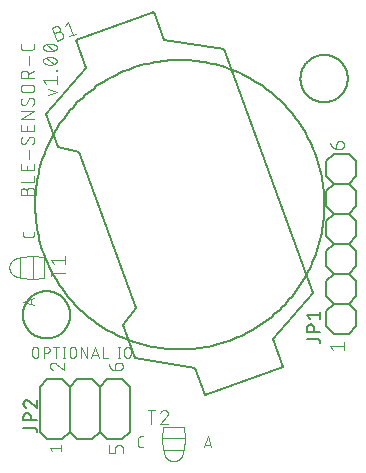
<source format=gbr>
G04 EAGLE Gerber RS-274X export*
G75*
%MOMM*%
%FSLAX34Y34*%
%LPD*%
%INSilkscreen Top*%
%IPPOS*%
%AMOC8*
5,1,8,0,0,1.08239X$1,22.5*%
G01*
%ADD10C,0.152400*%
%ADD11C,0.101600*%
%ADD12C,0.076200*%
%ADD13C,0.127000*%


D10*
X7500Y120000D02*
X7506Y120491D01*
X7524Y120981D01*
X7554Y121471D01*
X7596Y121960D01*
X7650Y122448D01*
X7716Y122935D01*
X7794Y123419D01*
X7884Y123902D01*
X7986Y124382D01*
X8099Y124860D01*
X8224Y125334D01*
X8361Y125806D01*
X8509Y126274D01*
X8669Y126738D01*
X8840Y127198D01*
X9022Y127654D01*
X9216Y128105D01*
X9420Y128551D01*
X9636Y128992D01*
X9862Y129428D01*
X10098Y129858D01*
X10345Y130282D01*
X10603Y130700D01*
X10871Y131111D01*
X11148Y131516D01*
X11436Y131914D01*
X11733Y132305D01*
X12040Y132688D01*
X12356Y133063D01*
X12681Y133431D01*
X13015Y133791D01*
X13358Y134142D01*
X13709Y134485D01*
X14069Y134819D01*
X14437Y135144D01*
X14812Y135460D01*
X15195Y135767D01*
X15586Y136064D01*
X15984Y136352D01*
X16389Y136629D01*
X16800Y136897D01*
X17218Y137155D01*
X17642Y137402D01*
X18072Y137638D01*
X18508Y137864D01*
X18949Y138080D01*
X19395Y138284D01*
X19846Y138478D01*
X20302Y138660D01*
X20762Y138831D01*
X21226Y138991D01*
X21694Y139139D01*
X22166Y139276D01*
X22640Y139401D01*
X23118Y139514D01*
X23598Y139616D01*
X24081Y139706D01*
X24565Y139784D01*
X25052Y139850D01*
X25540Y139904D01*
X26029Y139946D01*
X26519Y139976D01*
X27009Y139994D01*
X27500Y140000D01*
X27991Y139994D01*
X28481Y139976D01*
X28971Y139946D01*
X29460Y139904D01*
X29948Y139850D01*
X30435Y139784D01*
X30919Y139706D01*
X31402Y139616D01*
X31882Y139514D01*
X32360Y139401D01*
X32834Y139276D01*
X33306Y139139D01*
X33774Y138991D01*
X34238Y138831D01*
X34698Y138660D01*
X35154Y138478D01*
X35605Y138284D01*
X36051Y138080D01*
X36492Y137864D01*
X36928Y137638D01*
X37358Y137402D01*
X37782Y137155D01*
X38200Y136897D01*
X38611Y136629D01*
X39016Y136352D01*
X39414Y136064D01*
X39805Y135767D01*
X40188Y135460D01*
X40563Y135144D01*
X40931Y134819D01*
X41291Y134485D01*
X41642Y134142D01*
X41985Y133791D01*
X42319Y133431D01*
X42644Y133063D01*
X42960Y132688D01*
X43267Y132305D01*
X43564Y131914D01*
X43852Y131516D01*
X44129Y131111D01*
X44397Y130700D01*
X44655Y130282D01*
X44902Y129858D01*
X45138Y129428D01*
X45364Y128992D01*
X45580Y128551D01*
X45784Y128105D01*
X45978Y127654D01*
X46160Y127198D01*
X46331Y126738D01*
X46491Y126274D01*
X46639Y125806D01*
X46776Y125334D01*
X46901Y124860D01*
X47014Y124382D01*
X47116Y123902D01*
X47206Y123419D01*
X47284Y122935D01*
X47350Y122448D01*
X47404Y121960D01*
X47446Y121471D01*
X47476Y120981D01*
X47494Y120491D01*
X47500Y120000D01*
X47494Y119509D01*
X47476Y119019D01*
X47446Y118529D01*
X47404Y118040D01*
X47350Y117552D01*
X47284Y117065D01*
X47206Y116581D01*
X47116Y116098D01*
X47014Y115618D01*
X46901Y115140D01*
X46776Y114666D01*
X46639Y114194D01*
X46491Y113726D01*
X46331Y113262D01*
X46160Y112802D01*
X45978Y112346D01*
X45784Y111895D01*
X45580Y111449D01*
X45364Y111008D01*
X45138Y110572D01*
X44902Y110142D01*
X44655Y109718D01*
X44397Y109300D01*
X44129Y108889D01*
X43852Y108484D01*
X43564Y108086D01*
X43267Y107695D01*
X42960Y107312D01*
X42644Y106937D01*
X42319Y106569D01*
X41985Y106209D01*
X41642Y105858D01*
X41291Y105515D01*
X40931Y105181D01*
X40563Y104856D01*
X40188Y104540D01*
X39805Y104233D01*
X39414Y103936D01*
X39016Y103648D01*
X38611Y103371D01*
X38200Y103103D01*
X37782Y102845D01*
X37358Y102598D01*
X36928Y102362D01*
X36492Y102136D01*
X36051Y101920D01*
X35605Y101716D01*
X35154Y101522D01*
X34698Y101340D01*
X34238Y101169D01*
X33774Y101009D01*
X33306Y100861D01*
X32834Y100724D01*
X32360Y100599D01*
X31882Y100486D01*
X31402Y100384D01*
X30919Y100294D01*
X30435Y100216D01*
X29948Y100150D01*
X29460Y100096D01*
X28971Y100054D01*
X28481Y100024D01*
X27991Y100006D01*
X27500Y100000D01*
X27009Y100006D01*
X26519Y100024D01*
X26029Y100054D01*
X25540Y100096D01*
X25052Y100150D01*
X24565Y100216D01*
X24081Y100294D01*
X23598Y100384D01*
X23118Y100486D01*
X22640Y100599D01*
X22166Y100724D01*
X21694Y100861D01*
X21226Y101009D01*
X20762Y101169D01*
X20302Y101340D01*
X19846Y101522D01*
X19395Y101716D01*
X18949Y101920D01*
X18508Y102136D01*
X18072Y102362D01*
X17642Y102598D01*
X17218Y102845D01*
X16800Y103103D01*
X16389Y103371D01*
X15984Y103648D01*
X15586Y103936D01*
X15195Y104233D01*
X14812Y104540D01*
X14437Y104856D01*
X14069Y105181D01*
X13709Y105515D01*
X13358Y105858D01*
X13015Y106209D01*
X12681Y106569D01*
X12356Y106937D01*
X12040Y107312D01*
X11733Y107695D01*
X11436Y108086D01*
X11148Y108484D01*
X10871Y108889D01*
X10603Y109300D01*
X10345Y109718D01*
X10098Y110142D01*
X9862Y110572D01*
X9636Y111008D01*
X9420Y111449D01*
X9216Y111895D01*
X9022Y112346D01*
X8840Y112802D01*
X8669Y113262D01*
X8509Y113726D01*
X8361Y114194D01*
X8224Y114666D01*
X8099Y115140D01*
X7986Y115618D01*
X7884Y116098D01*
X7794Y116581D01*
X7716Y117065D01*
X7650Y117552D01*
X7596Y118040D01*
X7554Y118529D01*
X7524Y119019D01*
X7506Y119509D01*
X7500Y120000D01*
X242500Y320000D02*
X242506Y320491D01*
X242524Y320981D01*
X242554Y321471D01*
X242596Y321960D01*
X242650Y322448D01*
X242716Y322935D01*
X242794Y323419D01*
X242884Y323902D01*
X242986Y324382D01*
X243099Y324860D01*
X243224Y325334D01*
X243361Y325806D01*
X243509Y326274D01*
X243669Y326738D01*
X243840Y327198D01*
X244022Y327654D01*
X244216Y328105D01*
X244420Y328551D01*
X244636Y328992D01*
X244862Y329428D01*
X245098Y329858D01*
X245345Y330282D01*
X245603Y330700D01*
X245871Y331111D01*
X246148Y331516D01*
X246436Y331914D01*
X246733Y332305D01*
X247040Y332688D01*
X247356Y333063D01*
X247681Y333431D01*
X248015Y333791D01*
X248358Y334142D01*
X248709Y334485D01*
X249069Y334819D01*
X249437Y335144D01*
X249812Y335460D01*
X250195Y335767D01*
X250586Y336064D01*
X250984Y336352D01*
X251389Y336629D01*
X251800Y336897D01*
X252218Y337155D01*
X252642Y337402D01*
X253072Y337638D01*
X253508Y337864D01*
X253949Y338080D01*
X254395Y338284D01*
X254846Y338478D01*
X255302Y338660D01*
X255762Y338831D01*
X256226Y338991D01*
X256694Y339139D01*
X257166Y339276D01*
X257640Y339401D01*
X258118Y339514D01*
X258598Y339616D01*
X259081Y339706D01*
X259565Y339784D01*
X260052Y339850D01*
X260540Y339904D01*
X261029Y339946D01*
X261519Y339976D01*
X262009Y339994D01*
X262500Y340000D01*
X262991Y339994D01*
X263481Y339976D01*
X263971Y339946D01*
X264460Y339904D01*
X264948Y339850D01*
X265435Y339784D01*
X265919Y339706D01*
X266402Y339616D01*
X266882Y339514D01*
X267360Y339401D01*
X267834Y339276D01*
X268306Y339139D01*
X268774Y338991D01*
X269238Y338831D01*
X269698Y338660D01*
X270154Y338478D01*
X270605Y338284D01*
X271051Y338080D01*
X271492Y337864D01*
X271928Y337638D01*
X272358Y337402D01*
X272782Y337155D01*
X273200Y336897D01*
X273611Y336629D01*
X274016Y336352D01*
X274414Y336064D01*
X274805Y335767D01*
X275188Y335460D01*
X275563Y335144D01*
X275931Y334819D01*
X276291Y334485D01*
X276642Y334142D01*
X276985Y333791D01*
X277319Y333431D01*
X277644Y333063D01*
X277960Y332688D01*
X278267Y332305D01*
X278564Y331914D01*
X278852Y331516D01*
X279129Y331111D01*
X279397Y330700D01*
X279655Y330282D01*
X279902Y329858D01*
X280138Y329428D01*
X280364Y328992D01*
X280580Y328551D01*
X280784Y328105D01*
X280978Y327654D01*
X281160Y327198D01*
X281331Y326738D01*
X281491Y326274D01*
X281639Y325806D01*
X281776Y325334D01*
X281901Y324860D01*
X282014Y324382D01*
X282116Y323902D01*
X282206Y323419D01*
X282284Y322935D01*
X282350Y322448D01*
X282404Y321960D01*
X282446Y321471D01*
X282476Y320981D01*
X282494Y320491D01*
X282500Y320000D01*
X282494Y319509D01*
X282476Y319019D01*
X282446Y318529D01*
X282404Y318040D01*
X282350Y317552D01*
X282284Y317065D01*
X282206Y316581D01*
X282116Y316098D01*
X282014Y315618D01*
X281901Y315140D01*
X281776Y314666D01*
X281639Y314194D01*
X281491Y313726D01*
X281331Y313262D01*
X281160Y312802D01*
X280978Y312346D01*
X280784Y311895D01*
X280580Y311449D01*
X280364Y311008D01*
X280138Y310572D01*
X279902Y310142D01*
X279655Y309718D01*
X279397Y309300D01*
X279129Y308889D01*
X278852Y308484D01*
X278564Y308086D01*
X278267Y307695D01*
X277960Y307312D01*
X277644Y306937D01*
X277319Y306569D01*
X276985Y306209D01*
X276642Y305858D01*
X276291Y305515D01*
X275931Y305181D01*
X275563Y304856D01*
X275188Y304540D01*
X274805Y304233D01*
X274414Y303936D01*
X274016Y303648D01*
X273611Y303371D01*
X273200Y303103D01*
X272782Y302845D01*
X272358Y302598D01*
X271928Y302362D01*
X271492Y302136D01*
X271051Y301920D01*
X270605Y301716D01*
X270154Y301522D01*
X269698Y301340D01*
X269238Y301169D01*
X268774Y301009D01*
X268306Y300861D01*
X267834Y300724D01*
X267360Y300599D01*
X266882Y300486D01*
X266402Y300384D01*
X265919Y300294D01*
X265435Y300216D01*
X264948Y300150D01*
X264460Y300096D01*
X263971Y300054D01*
X263481Y300024D01*
X262991Y300006D01*
X262500Y300000D01*
X262009Y300006D01*
X261519Y300024D01*
X261029Y300054D01*
X260540Y300096D01*
X260052Y300150D01*
X259565Y300216D01*
X259081Y300294D01*
X258598Y300384D01*
X258118Y300486D01*
X257640Y300599D01*
X257166Y300724D01*
X256694Y300861D01*
X256226Y301009D01*
X255762Y301169D01*
X255302Y301340D01*
X254846Y301522D01*
X254395Y301716D01*
X253949Y301920D01*
X253508Y302136D01*
X253072Y302362D01*
X252642Y302598D01*
X252218Y302845D01*
X251800Y303103D01*
X251389Y303371D01*
X250984Y303648D01*
X250586Y303936D01*
X250195Y304233D01*
X249812Y304540D01*
X249437Y304856D01*
X249069Y305181D01*
X248709Y305515D01*
X248358Y305858D01*
X248015Y306209D01*
X247681Y306569D01*
X247356Y306937D01*
X247040Y307312D01*
X246733Y307695D01*
X246436Y308086D01*
X246148Y308484D01*
X245871Y308889D01*
X245603Y309300D01*
X245345Y309718D01*
X245098Y310142D01*
X244862Y310572D01*
X244636Y311008D01*
X244420Y311449D01*
X244216Y311895D01*
X244022Y312346D01*
X243840Y312802D01*
X243669Y313262D01*
X243509Y313726D01*
X243361Y314194D01*
X243224Y314666D01*
X243099Y315140D01*
X242986Y315618D01*
X242884Y316098D01*
X242794Y316581D01*
X242716Y317065D01*
X242650Y317552D01*
X242596Y318040D01*
X242554Y318529D01*
X242524Y319019D01*
X242506Y319509D01*
X242500Y320000D01*
D11*
X267808Y93754D02*
X270404Y90508D01*
X267808Y93754D02*
X279492Y93754D01*
X279492Y96999D02*
X279492Y90508D01*
X273001Y260508D02*
X273001Y264403D01*
X273003Y264502D01*
X273009Y264602D01*
X273018Y264701D01*
X273031Y264799D01*
X273048Y264897D01*
X273069Y264995D01*
X273094Y265091D01*
X273122Y265186D01*
X273154Y265280D01*
X273189Y265373D01*
X273228Y265465D01*
X273271Y265555D01*
X273316Y265643D01*
X273366Y265730D01*
X273418Y265814D01*
X273474Y265897D01*
X273532Y265977D01*
X273594Y266055D01*
X273659Y266130D01*
X273727Y266203D01*
X273797Y266273D01*
X273870Y266341D01*
X273945Y266406D01*
X274023Y266468D01*
X274103Y266526D01*
X274186Y266582D01*
X274270Y266634D01*
X274357Y266684D01*
X274445Y266729D01*
X274535Y266772D01*
X274627Y266811D01*
X274720Y266846D01*
X274814Y266878D01*
X274909Y266906D01*
X275005Y266931D01*
X275103Y266952D01*
X275201Y266969D01*
X275299Y266982D01*
X275398Y266991D01*
X275498Y266997D01*
X275597Y266999D01*
X276246Y266999D01*
X276246Y267000D02*
X276359Y266998D01*
X276472Y266992D01*
X276585Y266982D01*
X276698Y266968D01*
X276810Y266951D01*
X276921Y266929D01*
X277031Y266904D01*
X277141Y266874D01*
X277249Y266841D01*
X277356Y266804D01*
X277462Y266764D01*
X277566Y266719D01*
X277669Y266671D01*
X277770Y266620D01*
X277869Y266565D01*
X277966Y266507D01*
X278061Y266445D01*
X278154Y266380D01*
X278244Y266312D01*
X278332Y266241D01*
X278418Y266166D01*
X278501Y266089D01*
X278581Y266009D01*
X278658Y265926D01*
X278733Y265840D01*
X278804Y265752D01*
X278872Y265662D01*
X278937Y265569D01*
X278999Y265474D01*
X279057Y265377D01*
X279112Y265278D01*
X279163Y265177D01*
X279211Y265074D01*
X279256Y264970D01*
X279296Y264864D01*
X279333Y264757D01*
X279366Y264649D01*
X279396Y264539D01*
X279421Y264429D01*
X279443Y264318D01*
X279460Y264206D01*
X279474Y264093D01*
X279484Y263980D01*
X279490Y263867D01*
X279492Y263754D01*
X279490Y263641D01*
X279484Y263528D01*
X279474Y263415D01*
X279460Y263302D01*
X279443Y263190D01*
X279421Y263079D01*
X279396Y262969D01*
X279366Y262859D01*
X279333Y262751D01*
X279296Y262644D01*
X279256Y262538D01*
X279211Y262434D01*
X279163Y262331D01*
X279112Y262230D01*
X279057Y262131D01*
X278999Y262034D01*
X278937Y261939D01*
X278872Y261846D01*
X278804Y261756D01*
X278733Y261668D01*
X278658Y261582D01*
X278581Y261499D01*
X278501Y261419D01*
X278418Y261342D01*
X278332Y261267D01*
X278244Y261196D01*
X278154Y261128D01*
X278061Y261063D01*
X277966Y261001D01*
X277869Y260943D01*
X277770Y260888D01*
X277669Y260837D01*
X277566Y260789D01*
X277462Y260744D01*
X277356Y260704D01*
X277249Y260667D01*
X277141Y260634D01*
X277031Y260604D01*
X276921Y260579D01*
X276810Y260557D01*
X276698Y260540D01*
X276585Y260526D01*
X276472Y260516D01*
X276359Y260510D01*
X276246Y260508D01*
X273001Y260508D01*
X272858Y260510D01*
X272715Y260516D01*
X272572Y260526D01*
X272430Y260540D01*
X272288Y260557D01*
X272146Y260579D01*
X272005Y260604D01*
X271865Y260634D01*
X271726Y260667D01*
X271588Y260704D01*
X271451Y260745D01*
X271315Y260789D01*
X271180Y260838D01*
X271047Y260890D01*
X270915Y260945D01*
X270785Y261005D01*
X270656Y261068D01*
X270529Y261134D01*
X270405Y261204D01*
X270282Y261277D01*
X270161Y261354D01*
X270042Y261433D01*
X269926Y261517D01*
X269811Y261603D01*
X269700Y261692D01*
X269591Y261785D01*
X269484Y261880D01*
X269380Y261979D01*
X269279Y262080D01*
X269180Y262184D01*
X269085Y262290D01*
X268992Y262400D01*
X268903Y262511D01*
X268817Y262625D01*
X268734Y262742D01*
X268654Y262861D01*
X268577Y262982D01*
X268504Y263104D01*
X268434Y263229D01*
X268368Y263356D01*
X268305Y263485D01*
X268245Y263615D01*
X268190Y263747D01*
X268138Y263880D01*
X268089Y264015D01*
X268045Y264151D01*
X268004Y264288D01*
X267967Y264426D01*
X267934Y264565D01*
X267904Y264705D01*
X267879Y264846D01*
X267857Y264988D01*
X267840Y265130D01*
X267826Y265272D01*
X267816Y265415D01*
X267810Y265558D01*
X267808Y265701D01*
D12*
X30381Y7008D02*
X32469Y4398D01*
X30381Y7008D02*
X39779Y7008D01*
X39779Y4398D02*
X39779Y9619D01*
D11*
X30508Y76571D02*
X30510Y76678D01*
X30516Y76784D01*
X30526Y76890D01*
X30539Y76996D01*
X30557Y77102D01*
X30578Y77206D01*
X30603Y77310D01*
X30632Y77413D01*
X30664Y77514D01*
X30701Y77614D01*
X30741Y77713D01*
X30784Y77811D01*
X30831Y77907D01*
X30882Y78001D01*
X30936Y78093D01*
X30993Y78183D01*
X31053Y78271D01*
X31117Y78356D01*
X31184Y78439D01*
X31254Y78520D01*
X31326Y78598D01*
X31402Y78674D01*
X31480Y78746D01*
X31561Y78816D01*
X31644Y78883D01*
X31729Y78947D01*
X31817Y79007D01*
X31907Y79064D01*
X31999Y79118D01*
X32093Y79169D01*
X32189Y79216D01*
X32287Y79259D01*
X32386Y79299D01*
X32486Y79336D01*
X32587Y79368D01*
X32690Y79397D01*
X32794Y79422D01*
X32898Y79443D01*
X33004Y79461D01*
X33110Y79474D01*
X33216Y79484D01*
X33322Y79490D01*
X33429Y79492D01*
X30508Y76571D02*
X30510Y76450D01*
X30516Y76329D01*
X30526Y76209D01*
X30539Y76088D01*
X30557Y75969D01*
X30578Y75849D01*
X30603Y75731D01*
X30632Y75614D01*
X30665Y75497D01*
X30701Y75382D01*
X30742Y75268D01*
X30785Y75155D01*
X30833Y75043D01*
X30884Y74934D01*
X30939Y74826D01*
X30997Y74719D01*
X31058Y74615D01*
X31123Y74513D01*
X31191Y74413D01*
X31262Y74315D01*
X31336Y74219D01*
X31413Y74126D01*
X31494Y74036D01*
X31577Y73948D01*
X31663Y73863D01*
X31752Y73780D01*
X31843Y73701D01*
X31937Y73624D01*
X32033Y73551D01*
X32131Y73481D01*
X32232Y73414D01*
X32335Y73350D01*
X32440Y73290D01*
X32547Y73232D01*
X32655Y73179D01*
X32765Y73129D01*
X32877Y73083D01*
X32990Y73040D01*
X33105Y73001D01*
X35701Y78518D02*
X35623Y78597D01*
X35543Y78673D01*
X35460Y78746D01*
X35374Y78816D01*
X35287Y78883D01*
X35196Y78947D01*
X35104Y79007D01*
X35010Y79065D01*
X34913Y79119D01*
X34815Y79169D01*
X34715Y79216D01*
X34614Y79260D01*
X34511Y79300D01*
X34406Y79336D01*
X34301Y79368D01*
X34194Y79397D01*
X34087Y79422D01*
X33978Y79444D01*
X33869Y79461D01*
X33760Y79475D01*
X33650Y79484D01*
X33539Y79490D01*
X33429Y79492D01*
X35701Y78518D02*
X42192Y73001D01*
X42192Y79492D01*
X85701Y76896D02*
X85701Y73001D01*
X85701Y76896D02*
X85703Y76995D01*
X85709Y77095D01*
X85718Y77194D01*
X85731Y77292D01*
X85748Y77390D01*
X85769Y77488D01*
X85794Y77584D01*
X85822Y77679D01*
X85854Y77773D01*
X85889Y77866D01*
X85928Y77958D01*
X85971Y78048D01*
X86016Y78136D01*
X86066Y78223D01*
X86118Y78307D01*
X86174Y78390D01*
X86232Y78470D01*
X86294Y78548D01*
X86359Y78623D01*
X86427Y78696D01*
X86497Y78766D01*
X86570Y78834D01*
X86645Y78899D01*
X86723Y78961D01*
X86803Y79019D01*
X86886Y79075D01*
X86970Y79127D01*
X87057Y79177D01*
X87145Y79222D01*
X87235Y79265D01*
X87327Y79304D01*
X87420Y79339D01*
X87514Y79371D01*
X87609Y79399D01*
X87705Y79424D01*
X87803Y79445D01*
X87901Y79462D01*
X87999Y79475D01*
X88098Y79484D01*
X88198Y79490D01*
X88297Y79492D01*
X88946Y79492D01*
X89059Y79490D01*
X89172Y79484D01*
X89285Y79474D01*
X89398Y79460D01*
X89510Y79443D01*
X89621Y79421D01*
X89731Y79396D01*
X89841Y79366D01*
X89949Y79333D01*
X90056Y79296D01*
X90162Y79256D01*
X90266Y79211D01*
X90369Y79163D01*
X90470Y79112D01*
X90569Y79057D01*
X90666Y78999D01*
X90761Y78937D01*
X90854Y78872D01*
X90944Y78804D01*
X91032Y78733D01*
X91118Y78658D01*
X91201Y78581D01*
X91281Y78501D01*
X91358Y78418D01*
X91433Y78332D01*
X91504Y78244D01*
X91572Y78154D01*
X91637Y78061D01*
X91699Y77966D01*
X91757Y77869D01*
X91812Y77770D01*
X91863Y77669D01*
X91911Y77566D01*
X91956Y77462D01*
X91996Y77356D01*
X92033Y77249D01*
X92066Y77141D01*
X92096Y77031D01*
X92121Y76921D01*
X92143Y76810D01*
X92160Y76698D01*
X92174Y76585D01*
X92184Y76472D01*
X92190Y76359D01*
X92192Y76246D01*
X92190Y76133D01*
X92184Y76020D01*
X92174Y75907D01*
X92160Y75794D01*
X92143Y75682D01*
X92121Y75571D01*
X92096Y75461D01*
X92066Y75351D01*
X92033Y75243D01*
X91996Y75136D01*
X91956Y75030D01*
X91911Y74926D01*
X91863Y74823D01*
X91812Y74722D01*
X91757Y74623D01*
X91699Y74526D01*
X91637Y74431D01*
X91572Y74338D01*
X91504Y74248D01*
X91433Y74160D01*
X91358Y74074D01*
X91281Y73991D01*
X91201Y73911D01*
X91118Y73834D01*
X91032Y73759D01*
X90944Y73688D01*
X90854Y73620D01*
X90761Y73555D01*
X90666Y73493D01*
X90569Y73435D01*
X90470Y73380D01*
X90369Y73329D01*
X90266Y73281D01*
X90162Y73236D01*
X90056Y73196D01*
X89949Y73159D01*
X89841Y73126D01*
X89731Y73096D01*
X89621Y73071D01*
X89510Y73049D01*
X89398Y73032D01*
X89285Y73018D01*
X89172Y73008D01*
X89059Y73002D01*
X88946Y73000D01*
X88946Y73001D02*
X85701Y73001D01*
X85558Y73003D01*
X85415Y73009D01*
X85272Y73019D01*
X85130Y73033D01*
X84988Y73050D01*
X84846Y73072D01*
X84705Y73097D01*
X84565Y73127D01*
X84426Y73160D01*
X84288Y73197D01*
X84151Y73238D01*
X84015Y73282D01*
X83880Y73331D01*
X83747Y73383D01*
X83615Y73438D01*
X83485Y73498D01*
X83356Y73561D01*
X83229Y73627D01*
X83105Y73697D01*
X82982Y73770D01*
X82861Y73847D01*
X82742Y73926D01*
X82626Y74010D01*
X82511Y74096D01*
X82400Y74185D01*
X82291Y74278D01*
X82184Y74373D01*
X82080Y74472D01*
X81979Y74573D01*
X81880Y74677D01*
X81785Y74783D01*
X81692Y74893D01*
X81603Y75004D01*
X81517Y75118D01*
X81434Y75235D01*
X81354Y75354D01*
X81277Y75475D01*
X81204Y75597D01*
X81134Y75722D01*
X81068Y75849D01*
X81005Y75978D01*
X80945Y76108D01*
X80890Y76240D01*
X80838Y76373D01*
X80789Y76508D01*
X80745Y76644D01*
X80704Y76781D01*
X80667Y76919D01*
X80634Y77058D01*
X80604Y77198D01*
X80579Y77339D01*
X80557Y77481D01*
X80540Y77623D01*
X80526Y77765D01*
X80516Y77908D01*
X80510Y78051D01*
X80508Y78194D01*
X92192Y6896D02*
X92192Y3001D01*
X92192Y6896D02*
X92190Y6995D01*
X92184Y7095D01*
X92175Y7194D01*
X92162Y7292D01*
X92145Y7390D01*
X92124Y7488D01*
X92099Y7584D01*
X92071Y7679D01*
X92039Y7773D01*
X92004Y7866D01*
X91965Y7958D01*
X91922Y8048D01*
X91877Y8136D01*
X91827Y8223D01*
X91775Y8307D01*
X91719Y8390D01*
X91661Y8470D01*
X91599Y8548D01*
X91534Y8623D01*
X91466Y8696D01*
X91396Y8766D01*
X91323Y8834D01*
X91248Y8899D01*
X91170Y8961D01*
X91090Y9019D01*
X91007Y9075D01*
X90923Y9127D01*
X90836Y9177D01*
X90748Y9222D01*
X90658Y9265D01*
X90566Y9304D01*
X90473Y9339D01*
X90379Y9371D01*
X90284Y9399D01*
X90188Y9424D01*
X90090Y9445D01*
X89992Y9462D01*
X89894Y9475D01*
X89795Y9484D01*
X89695Y9490D01*
X89596Y9492D01*
X88297Y9492D01*
X88198Y9490D01*
X88098Y9484D01*
X87999Y9475D01*
X87901Y9462D01*
X87803Y9445D01*
X87705Y9424D01*
X87609Y9399D01*
X87514Y9371D01*
X87420Y9339D01*
X87327Y9304D01*
X87235Y9265D01*
X87145Y9222D01*
X87057Y9177D01*
X86970Y9127D01*
X86886Y9075D01*
X86803Y9019D01*
X86723Y8961D01*
X86645Y8899D01*
X86570Y8834D01*
X86497Y8766D01*
X86427Y8696D01*
X86359Y8623D01*
X86294Y8548D01*
X86232Y8470D01*
X86174Y8390D01*
X86118Y8307D01*
X86066Y8223D01*
X86016Y8136D01*
X85971Y8048D01*
X85928Y7958D01*
X85889Y7866D01*
X85854Y7773D01*
X85822Y7679D01*
X85794Y7584D01*
X85769Y7488D01*
X85748Y7390D01*
X85731Y7292D01*
X85718Y7194D01*
X85709Y7095D01*
X85703Y6995D01*
X85701Y6896D01*
X85701Y3001D01*
X80508Y3001D01*
X80508Y9492D01*
D12*
X15381Y85992D02*
X15381Y90168D01*
X15383Y90269D01*
X15389Y90370D01*
X15399Y90471D01*
X15412Y90571D01*
X15430Y90671D01*
X15451Y90770D01*
X15477Y90868D01*
X15506Y90965D01*
X15538Y91061D01*
X15575Y91155D01*
X15615Y91248D01*
X15659Y91340D01*
X15706Y91429D01*
X15757Y91517D01*
X15811Y91603D01*
X15868Y91686D01*
X15928Y91768D01*
X15992Y91846D01*
X16058Y91923D01*
X16128Y91996D01*
X16200Y92067D01*
X16275Y92135D01*
X16353Y92200D01*
X16433Y92262D01*
X16515Y92321D01*
X16600Y92377D01*
X16687Y92429D01*
X16775Y92478D01*
X16866Y92524D01*
X16958Y92565D01*
X17052Y92604D01*
X17147Y92638D01*
X17243Y92669D01*
X17341Y92696D01*
X17439Y92720D01*
X17539Y92739D01*
X17639Y92755D01*
X17739Y92767D01*
X17840Y92775D01*
X17941Y92779D01*
X18043Y92779D01*
X18144Y92775D01*
X18245Y92767D01*
X18345Y92755D01*
X18445Y92739D01*
X18545Y92720D01*
X18643Y92696D01*
X18741Y92669D01*
X18837Y92638D01*
X18932Y92604D01*
X19026Y92565D01*
X19118Y92524D01*
X19209Y92478D01*
X19298Y92429D01*
X19384Y92377D01*
X19469Y92321D01*
X19551Y92262D01*
X19631Y92200D01*
X19709Y92135D01*
X19784Y92067D01*
X19856Y91996D01*
X19926Y91923D01*
X19992Y91846D01*
X20056Y91768D01*
X20116Y91686D01*
X20173Y91603D01*
X20227Y91517D01*
X20278Y91429D01*
X20325Y91340D01*
X20369Y91248D01*
X20409Y91155D01*
X20446Y91061D01*
X20478Y90965D01*
X20507Y90868D01*
X20533Y90770D01*
X20554Y90671D01*
X20572Y90571D01*
X20585Y90471D01*
X20595Y90370D01*
X20601Y90269D01*
X20603Y90168D01*
X20602Y90168D02*
X20602Y85992D01*
X20603Y85992D02*
X20601Y85891D01*
X20595Y85790D01*
X20585Y85689D01*
X20572Y85589D01*
X20554Y85489D01*
X20533Y85390D01*
X20507Y85292D01*
X20478Y85195D01*
X20446Y85099D01*
X20409Y85005D01*
X20369Y84912D01*
X20325Y84820D01*
X20278Y84731D01*
X20227Y84643D01*
X20173Y84557D01*
X20116Y84474D01*
X20056Y84392D01*
X19992Y84314D01*
X19926Y84237D01*
X19856Y84164D01*
X19784Y84093D01*
X19709Y84025D01*
X19631Y83960D01*
X19551Y83898D01*
X19469Y83839D01*
X19384Y83783D01*
X19297Y83731D01*
X19209Y83682D01*
X19118Y83636D01*
X19026Y83595D01*
X18932Y83556D01*
X18837Y83522D01*
X18741Y83491D01*
X18643Y83464D01*
X18545Y83440D01*
X18445Y83421D01*
X18345Y83405D01*
X18245Y83393D01*
X18144Y83385D01*
X18043Y83381D01*
X17941Y83381D01*
X17840Y83385D01*
X17739Y83393D01*
X17639Y83405D01*
X17539Y83421D01*
X17439Y83440D01*
X17341Y83464D01*
X17243Y83491D01*
X17147Y83522D01*
X17052Y83556D01*
X16958Y83595D01*
X16866Y83636D01*
X16775Y83682D01*
X16686Y83731D01*
X16600Y83783D01*
X16515Y83839D01*
X16433Y83898D01*
X16353Y83960D01*
X16275Y84025D01*
X16200Y84093D01*
X16128Y84164D01*
X16058Y84237D01*
X15992Y84314D01*
X15928Y84392D01*
X15868Y84474D01*
X15811Y84557D01*
X15757Y84643D01*
X15706Y84731D01*
X15659Y84820D01*
X15615Y84912D01*
X15575Y85005D01*
X15538Y85099D01*
X15506Y85195D01*
X15477Y85292D01*
X15451Y85390D01*
X15430Y85489D01*
X15412Y85589D01*
X15399Y85689D01*
X15389Y85790D01*
X15383Y85891D01*
X15381Y85992D01*
X24961Y83381D02*
X24961Y92779D01*
X27572Y92779D01*
X27673Y92777D01*
X27774Y92771D01*
X27875Y92761D01*
X27975Y92748D01*
X28075Y92730D01*
X28174Y92709D01*
X28272Y92683D01*
X28369Y92654D01*
X28465Y92622D01*
X28559Y92585D01*
X28652Y92545D01*
X28744Y92501D01*
X28833Y92454D01*
X28921Y92403D01*
X29007Y92349D01*
X29090Y92292D01*
X29172Y92232D01*
X29250Y92168D01*
X29327Y92102D01*
X29400Y92032D01*
X29471Y91960D01*
X29539Y91885D01*
X29604Y91807D01*
X29666Y91727D01*
X29725Y91645D01*
X29781Y91560D01*
X29833Y91473D01*
X29882Y91385D01*
X29928Y91294D01*
X29969Y91202D01*
X30008Y91108D01*
X30042Y91013D01*
X30073Y90917D01*
X30100Y90819D01*
X30124Y90721D01*
X30143Y90621D01*
X30159Y90521D01*
X30171Y90421D01*
X30179Y90320D01*
X30183Y90219D01*
X30183Y90117D01*
X30179Y90016D01*
X30171Y89915D01*
X30159Y89815D01*
X30143Y89715D01*
X30124Y89615D01*
X30100Y89517D01*
X30073Y89419D01*
X30042Y89323D01*
X30008Y89228D01*
X29969Y89134D01*
X29928Y89042D01*
X29882Y88951D01*
X29833Y88862D01*
X29781Y88776D01*
X29725Y88691D01*
X29666Y88609D01*
X29604Y88529D01*
X29539Y88451D01*
X29471Y88376D01*
X29400Y88304D01*
X29327Y88234D01*
X29250Y88168D01*
X29172Y88104D01*
X29090Y88044D01*
X29007Y87987D01*
X28921Y87933D01*
X28833Y87882D01*
X28744Y87835D01*
X28652Y87791D01*
X28559Y87751D01*
X28465Y87714D01*
X28369Y87682D01*
X28272Y87653D01*
X28174Y87627D01*
X28075Y87606D01*
X27975Y87588D01*
X27875Y87575D01*
X27774Y87565D01*
X27673Y87559D01*
X27572Y87557D01*
X27572Y87558D02*
X24961Y87558D01*
X35670Y83381D02*
X35670Y92779D01*
X38280Y92779D02*
X33059Y92779D01*
X42375Y92779D02*
X42375Y83381D01*
X41331Y83381D02*
X43420Y83381D01*
X43420Y92779D02*
X41331Y92779D01*
X47080Y90168D02*
X47080Y85992D01*
X47080Y90168D02*
X47082Y90269D01*
X47088Y90370D01*
X47098Y90471D01*
X47111Y90571D01*
X47129Y90671D01*
X47150Y90770D01*
X47176Y90868D01*
X47205Y90965D01*
X47237Y91061D01*
X47274Y91155D01*
X47314Y91248D01*
X47358Y91340D01*
X47405Y91429D01*
X47456Y91517D01*
X47510Y91603D01*
X47567Y91686D01*
X47627Y91768D01*
X47691Y91846D01*
X47757Y91923D01*
X47827Y91996D01*
X47899Y92067D01*
X47974Y92135D01*
X48052Y92200D01*
X48132Y92262D01*
X48214Y92321D01*
X48299Y92377D01*
X48386Y92429D01*
X48474Y92478D01*
X48565Y92524D01*
X48657Y92565D01*
X48751Y92604D01*
X48846Y92638D01*
X48942Y92669D01*
X49040Y92696D01*
X49138Y92720D01*
X49238Y92739D01*
X49338Y92755D01*
X49438Y92767D01*
X49539Y92775D01*
X49640Y92779D01*
X49742Y92779D01*
X49843Y92775D01*
X49944Y92767D01*
X50044Y92755D01*
X50144Y92739D01*
X50244Y92720D01*
X50342Y92696D01*
X50440Y92669D01*
X50536Y92638D01*
X50631Y92604D01*
X50725Y92565D01*
X50817Y92524D01*
X50908Y92478D01*
X50997Y92429D01*
X51083Y92377D01*
X51168Y92321D01*
X51250Y92262D01*
X51330Y92200D01*
X51408Y92135D01*
X51483Y92067D01*
X51555Y91996D01*
X51625Y91923D01*
X51691Y91846D01*
X51755Y91768D01*
X51815Y91686D01*
X51872Y91603D01*
X51926Y91517D01*
X51977Y91429D01*
X52024Y91340D01*
X52068Y91248D01*
X52108Y91155D01*
X52145Y91061D01*
X52177Y90965D01*
X52206Y90868D01*
X52232Y90770D01*
X52253Y90671D01*
X52271Y90571D01*
X52284Y90471D01*
X52294Y90370D01*
X52300Y90269D01*
X52302Y90168D01*
X52301Y90168D02*
X52301Y85992D01*
X52302Y85992D02*
X52300Y85891D01*
X52294Y85790D01*
X52284Y85689D01*
X52271Y85589D01*
X52253Y85489D01*
X52232Y85390D01*
X52206Y85292D01*
X52177Y85195D01*
X52145Y85099D01*
X52108Y85005D01*
X52068Y84912D01*
X52024Y84820D01*
X51977Y84731D01*
X51926Y84643D01*
X51872Y84557D01*
X51815Y84474D01*
X51755Y84392D01*
X51691Y84314D01*
X51625Y84237D01*
X51555Y84164D01*
X51483Y84093D01*
X51408Y84025D01*
X51330Y83960D01*
X51250Y83898D01*
X51168Y83839D01*
X51083Y83783D01*
X50996Y83731D01*
X50908Y83682D01*
X50817Y83636D01*
X50725Y83595D01*
X50631Y83556D01*
X50536Y83522D01*
X50440Y83491D01*
X50342Y83464D01*
X50244Y83440D01*
X50144Y83421D01*
X50044Y83405D01*
X49944Y83393D01*
X49843Y83385D01*
X49742Y83381D01*
X49640Y83381D01*
X49539Y83385D01*
X49438Y83393D01*
X49338Y83405D01*
X49238Y83421D01*
X49138Y83440D01*
X49040Y83464D01*
X48942Y83491D01*
X48846Y83522D01*
X48751Y83556D01*
X48657Y83595D01*
X48565Y83636D01*
X48474Y83682D01*
X48385Y83731D01*
X48299Y83783D01*
X48214Y83839D01*
X48132Y83898D01*
X48052Y83960D01*
X47974Y84025D01*
X47899Y84093D01*
X47827Y84164D01*
X47757Y84237D01*
X47691Y84314D01*
X47627Y84392D01*
X47567Y84474D01*
X47510Y84557D01*
X47456Y84643D01*
X47405Y84731D01*
X47358Y84820D01*
X47314Y84912D01*
X47274Y85005D01*
X47237Y85099D01*
X47205Y85195D01*
X47176Y85292D01*
X47150Y85390D01*
X47129Y85489D01*
X47111Y85589D01*
X47098Y85689D01*
X47088Y85790D01*
X47082Y85891D01*
X47080Y85992D01*
X56529Y83381D02*
X56529Y92779D01*
X61750Y83381D01*
X61750Y92779D01*
X68588Y92779D02*
X65456Y83381D01*
X71721Y83381D02*
X68588Y92779D01*
X70938Y85731D02*
X66239Y85731D01*
X75444Y83381D02*
X75444Y92779D01*
X75444Y83381D02*
X79621Y83381D01*
X88705Y83381D02*
X88705Y92779D01*
X87661Y83381D02*
X89749Y83381D01*
X89749Y92779D02*
X87661Y92779D01*
X93409Y90168D02*
X93409Y85992D01*
X93409Y90168D02*
X93411Y90269D01*
X93417Y90370D01*
X93427Y90471D01*
X93440Y90571D01*
X93458Y90671D01*
X93479Y90770D01*
X93505Y90868D01*
X93534Y90965D01*
X93566Y91061D01*
X93603Y91155D01*
X93643Y91248D01*
X93687Y91340D01*
X93734Y91429D01*
X93785Y91517D01*
X93839Y91603D01*
X93896Y91686D01*
X93956Y91768D01*
X94020Y91846D01*
X94086Y91923D01*
X94156Y91996D01*
X94228Y92067D01*
X94303Y92135D01*
X94381Y92200D01*
X94461Y92262D01*
X94543Y92321D01*
X94628Y92377D01*
X94715Y92429D01*
X94803Y92478D01*
X94894Y92524D01*
X94986Y92565D01*
X95080Y92604D01*
X95175Y92638D01*
X95271Y92669D01*
X95369Y92696D01*
X95467Y92720D01*
X95567Y92739D01*
X95667Y92755D01*
X95767Y92767D01*
X95868Y92775D01*
X95969Y92779D01*
X96071Y92779D01*
X96172Y92775D01*
X96273Y92767D01*
X96373Y92755D01*
X96473Y92739D01*
X96573Y92720D01*
X96671Y92696D01*
X96769Y92669D01*
X96865Y92638D01*
X96960Y92604D01*
X97054Y92565D01*
X97146Y92524D01*
X97237Y92478D01*
X97326Y92429D01*
X97412Y92377D01*
X97497Y92321D01*
X97579Y92262D01*
X97659Y92200D01*
X97737Y92135D01*
X97812Y92067D01*
X97884Y91996D01*
X97954Y91923D01*
X98020Y91846D01*
X98084Y91768D01*
X98144Y91686D01*
X98201Y91603D01*
X98255Y91517D01*
X98306Y91429D01*
X98353Y91340D01*
X98397Y91248D01*
X98437Y91155D01*
X98474Y91061D01*
X98506Y90965D01*
X98535Y90868D01*
X98561Y90770D01*
X98582Y90671D01*
X98600Y90571D01*
X98613Y90471D01*
X98623Y90370D01*
X98629Y90269D01*
X98631Y90168D01*
X98631Y85992D01*
X98629Y85891D01*
X98623Y85790D01*
X98613Y85689D01*
X98600Y85589D01*
X98582Y85489D01*
X98561Y85390D01*
X98535Y85292D01*
X98506Y85195D01*
X98474Y85099D01*
X98437Y85005D01*
X98397Y84912D01*
X98353Y84820D01*
X98306Y84731D01*
X98255Y84643D01*
X98201Y84557D01*
X98144Y84474D01*
X98084Y84392D01*
X98020Y84314D01*
X97954Y84237D01*
X97884Y84164D01*
X97812Y84093D01*
X97737Y84025D01*
X97659Y83960D01*
X97579Y83898D01*
X97497Y83839D01*
X97412Y83783D01*
X97325Y83731D01*
X97237Y83682D01*
X97146Y83636D01*
X97054Y83595D01*
X96960Y83556D01*
X96865Y83522D01*
X96769Y83491D01*
X96671Y83464D01*
X96573Y83440D01*
X96473Y83421D01*
X96373Y83405D01*
X96273Y83393D01*
X96172Y83385D01*
X96071Y83381D01*
X95969Y83381D01*
X95868Y83385D01*
X95767Y83393D01*
X95667Y83405D01*
X95567Y83421D01*
X95467Y83440D01*
X95369Y83464D01*
X95271Y83491D01*
X95175Y83522D01*
X95080Y83556D01*
X94986Y83595D01*
X94894Y83636D01*
X94803Y83682D01*
X94715Y83731D01*
X94628Y83783D01*
X94543Y83839D01*
X94461Y83898D01*
X94381Y83960D01*
X94303Y84025D01*
X94228Y84093D01*
X94156Y84164D01*
X94086Y84237D01*
X94020Y84314D01*
X93956Y84392D01*
X93896Y84474D01*
X93839Y84557D01*
X93785Y84643D01*
X93734Y84731D01*
X93687Y84820D01*
X93643Y84912D01*
X93603Y85005D01*
X93566Y85099D01*
X93534Y85195D01*
X93505Y85292D01*
X93479Y85390D01*
X93458Y85489D01*
X93440Y85589D01*
X93427Y85689D01*
X93417Y85790D01*
X93411Y85891D01*
X93409Y85992D01*
D11*
X10701Y221058D02*
X10701Y224303D01*
X10700Y224303D02*
X10702Y224416D01*
X10708Y224529D01*
X10718Y224642D01*
X10732Y224755D01*
X10749Y224867D01*
X10771Y224978D01*
X10796Y225088D01*
X10826Y225198D01*
X10859Y225306D01*
X10896Y225413D01*
X10936Y225519D01*
X10981Y225623D01*
X11029Y225726D01*
X11080Y225827D01*
X11135Y225926D01*
X11193Y226023D01*
X11255Y226118D01*
X11320Y226211D01*
X11388Y226301D01*
X11459Y226389D01*
X11534Y226475D01*
X11611Y226558D01*
X11691Y226638D01*
X11774Y226715D01*
X11860Y226790D01*
X11948Y226861D01*
X12038Y226929D01*
X12131Y226994D01*
X12226Y227056D01*
X12323Y227114D01*
X12422Y227169D01*
X12523Y227220D01*
X12626Y227268D01*
X12730Y227313D01*
X12836Y227353D01*
X12943Y227390D01*
X13051Y227423D01*
X13161Y227453D01*
X13271Y227478D01*
X13382Y227500D01*
X13494Y227517D01*
X13607Y227531D01*
X13720Y227541D01*
X13833Y227547D01*
X13946Y227549D01*
X14059Y227547D01*
X14172Y227541D01*
X14285Y227531D01*
X14398Y227517D01*
X14510Y227500D01*
X14621Y227478D01*
X14731Y227453D01*
X14841Y227423D01*
X14949Y227390D01*
X15056Y227353D01*
X15162Y227313D01*
X15266Y227268D01*
X15369Y227220D01*
X15470Y227169D01*
X15569Y227114D01*
X15666Y227056D01*
X15761Y226994D01*
X15854Y226929D01*
X15944Y226861D01*
X16032Y226790D01*
X16118Y226715D01*
X16201Y226638D01*
X16281Y226558D01*
X16358Y226475D01*
X16433Y226389D01*
X16504Y226301D01*
X16572Y226211D01*
X16637Y226118D01*
X16699Y226023D01*
X16757Y225926D01*
X16812Y225827D01*
X16863Y225726D01*
X16911Y225623D01*
X16956Y225519D01*
X16996Y225413D01*
X17033Y225306D01*
X17066Y225198D01*
X17096Y225088D01*
X17121Y224978D01*
X17143Y224867D01*
X17160Y224755D01*
X17174Y224642D01*
X17184Y224529D01*
X17190Y224416D01*
X17192Y224303D01*
X17192Y221058D01*
X5508Y221058D01*
X5508Y224303D01*
X5510Y224404D01*
X5516Y224504D01*
X5526Y224604D01*
X5539Y224704D01*
X5557Y224803D01*
X5578Y224902D01*
X5603Y224999D01*
X5632Y225096D01*
X5665Y225191D01*
X5701Y225285D01*
X5741Y225377D01*
X5784Y225468D01*
X5831Y225557D01*
X5881Y225644D01*
X5935Y225730D01*
X5992Y225813D01*
X6052Y225893D01*
X6115Y225972D01*
X6182Y226048D01*
X6251Y226121D01*
X6323Y226191D01*
X6397Y226259D01*
X6474Y226324D01*
X6554Y226385D01*
X6636Y226444D01*
X6720Y226499D01*
X6806Y226551D01*
X6894Y226600D01*
X6984Y226645D01*
X7076Y226687D01*
X7169Y226725D01*
X7264Y226759D01*
X7359Y226790D01*
X7456Y226817D01*
X7554Y226840D01*
X7653Y226860D01*
X7753Y226875D01*
X7853Y226887D01*
X7953Y226895D01*
X8054Y226899D01*
X8154Y226899D01*
X8255Y226895D01*
X8355Y226887D01*
X8455Y226875D01*
X8555Y226860D01*
X8654Y226840D01*
X8752Y226817D01*
X8849Y226790D01*
X8944Y226759D01*
X9039Y226725D01*
X9132Y226687D01*
X9224Y226645D01*
X9314Y226600D01*
X9402Y226551D01*
X9488Y226499D01*
X9572Y226444D01*
X9654Y226385D01*
X9734Y226324D01*
X9811Y226259D01*
X9885Y226191D01*
X9957Y226121D01*
X10026Y226048D01*
X10093Y225972D01*
X10156Y225893D01*
X10216Y225813D01*
X10273Y225730D01*
X10327Y225644D01*
X10377Y225557D01*
X10424Y225468D01*
X10467Y225377D01*
X10507Y225285D01*
X10543Y225191D01*
X10576Y225096D01*
X10605Y224999D01*
X10630Y224902D01*
X10651Y224803D01*
X10669Y224704D01*
X10682Y224604D01*
X10692Y224504D01*
X10698Y224404D01*
X10700Y224303D01*
X5508Y232341D02*
X17192Y232341D01*
X17192Y237534D01*
X17192Y242247D02*
X17192Y247440D01*
X17192Y242247D02*
X5508Y242247D01*
X5508Y247440D01*
X10701Y246142D02*
X10701Y242247D01*
X12648Y251862D02*
X12648Y259652D01*
X17192Y268217D02*
X17190Y268316D01*
X17184Y268416D01*
X17175Y268515D01*
X17162Y268613D01*
X17145Y268711D01*
X17124Y268809D01*
X17099Y268905D01*
X17071Y269000D01*
X17039Y269094D01*
X17004Y269187D01*
X16965Y269279D01*
X16922Y269369D01*
X16877Y269457D01*
X16827Y269544D01*
X16775Y269628D01*
X16719Y269711D01*
X16661Y269791D01*
X16599Y269869D01*
X16534Y269944D01*
X16466Y270017D01*
X16396Y270087D01*
X16323Y270155D01*
X16248Y270220D01*
X16170Y270282D01*
X16090Y270340D01*
X16007Y270396D01*
X15923Y270448D01*
X15836Y270498D01*
X15748Y270543D01*
X15658Y270586D01*
X15566Y270625D01*
X15473Y270660D01*
X15379Y270692D01*
X15284Y270720D01*
X15188Y270745D01*
X15090Y270766D01*
X14992Y270783D01*
X14894Y270796D01*
X14795Y270805D01*
X14695Y270811D01*
X14596Y270813D01*
X17192Y268217D02*
X17190Y268073D01*
X17184Y267928D01*
X17175Y267784D01*
X17162Y267641D01*
X17145Y267497D01*
X17124Y267354D01*
X17099Y267212D01*
X17071Y267071D01*
X17039Y266930D01*
X17003Y266790D01*
X16964Y266651D01*
X16921Y266513D01*
X16874Y266377D01*
X16824Y266241D01*
X16770Y266107D01*
X16713Y265975D01*
X16652Y265844D01*
X16588Y265715D01*
X16520Y265587D01*
X16450Y265461D01*
X16375Y265337D01*
X16298Y265216D01*
X16217Y265096D01*
X16134Y264978D01*
X16047Y264863D01*
X15957Y264750D01*
X15864Y264639D01*
X15769Y264531D01*
X15670Y264425D01*
X15569Y264322D01*
X8104Y264647D02*
X8005Y264649D01*
X7905Y264655D01*
X7806Y264664D01*
X7708Y264677D01*
X7610Y264694D01*
X7512Y264715D01*
X7416Y264740D01*
X7321Y264768D01*
X7227Y264800D01*
X7134Y264835D01*
X7042Y264874D01*
X6952Y264917D01*
X6864Y264962D01*
X6777Y265012D01*
X6693Y265064D01*
X6610Y265120D01*
X6530Y265178D01*
X6452Y265240D01*
X6377Y265305D01*
X6304Y265373D01*
X6234Y265443D01*
X6166Y265516D01*
X6101Y265591D01*
X6039Y265669D01*
X5981Y265749D01*
X5925Y265832D01*
X5873Y265916D01*
X5823Y266003D01*
X5778Y266091D01*
X5735Y266181D01*
X5696Y266273D01*
X5661Y266366D01*
X5629Y266460D01*
X5601Y266555D01*
X5576Y266651D01*
X5555Y266749D01*
X5538Y266847D01*
X5525Y266945D01*
X5516Y267044D01*
X5510Y267144D01*
X5508Y267243D01*
X5510Y267379D01*
X5516Y267515D01*
X5525Y267651D01*
X5538Y267787D01*
X5556Y267922D01*
X5576Y268056D01*
X5601Y268190D01*
X5629Y268324D01*
X5662Y268456D01*
X5697Y268587D01*
X5737Y268718D01*
X5780Y268847D01*
X5826Y268975D01*
X5877Y269101D01*
X5930Y269227D01*
X5988Y269350D01*
X6048Y269472D01*
X6112Y269592D01*
X6180Y269711D01*
X6250Y269827D01*
X6324Y269941D01*
X6401Y270054D01*
X6482Y270164D01*
X10376Y265945D02*
X10323Y265859D01*
X10266Y265775D01*
X10207Y265693D01*
X10144Y265613D01*
X10078Y265536D01*
X10010Y265461D01*
X9938Y265389D01*
X9864Y265320D01*
X9787Y265254D01*
X9708Y265191D01*
X9626Y265131D01*
X9542Y265074D01*
X9456Y265020D01*
X9368Y264970D01*
X9278Y264923D01*
X9187Y264879D01*
X9093Y264840D01*
X8999Y264803D01*
X8903Y264771D01*
X8805Y264742D01*
X8707Y264717D01*
X8608Y264696D01*
X8508Y264678D01*
X8408Y264665D01*
X8307Y264655D01*
X8205Y264649D01*
X8104Y264647D01*
X12324Y269516D02*
X12377Y269602D01*
X12434Y269686D01*
X12493Y269768D01*
X12556Y269848D01*
X12622Y269925D01*
X12690Y270000D01*
X12762Y270072D01*
X12836Y270141D01*
X12913Y270207D01*
X12992Y270270D01*
X13074Y270330D01*
X13158Y270387D01*
X13244Y270441D01*
X13332Y270491D01*
X13422Y270538D01*
X13513Y270582D01*
X13607Y270621D01*
X13701Y270658D01*
X13797Y270690D01*
X13895Y270719D01*
X13993Y270744D01*
X14092Y270765D01*
X14192Y270783D01*
X14292Y270796D01*
X14393Y270806D01*
X14495Y270812D01*
X14596Y270814D01*
X12324Y269515D02*
X10376Y265945D01*
X17192Y275775D02*
X17192Y280968D01*
X17192Y275775D02*
X5508Y275775D01*
X5508Y280968D01*
X10701Y279670D02*
X10701Y275775D01*
X5508Y285658D02*
X17192Y285658D01*
X17192Y292150D02*
X5508Y285658D01*
X5508Y292150D02*
X17192Y292150D01*
X17192Y300983D02*
X17190Y301082D01*
X17184Y301182D01*
X17175Y301281D01*
X17162Y301379D01*
X17145Y301477D01*
X17124Y301575D01*
X17099Y301671D01*
X17071Y301766D01*
X17039Y301860D01*
X17004Y301953D01*
X16965Y302045D01*
X16922Y302135D01*
X16877Y302223D01*
X16827Y302310D01*
X16775Y302394D01*
X16719Y302477D01*
X16661Y302557D01*
X16599Y302635D01*
X16534Y302710D01*
X16466Y302783D01*
X16396Y302853D01*
X16323Y302921D01*
X16248Y302986D01*
X16170Y303048D01*
X16090Y303106D01*
X16007Y303162D01*
X15923Y303214D01*
X15836Y303264D01*
X15748Y303309D01*
X15658Y303352D01*
X15566Y303391D01*
X15473Y303426D01*
X15379Y303458D01*
X15284Y303486D01*
X15188Y303511D01*
X15090Y303532D01*
X14992Y303549D01*
X14894Y303562D01*
X14795Y303571D01*
X14695Y303577D01*
X14596Y303579D01*
X17192Y300983D02*
X17190Y300839D01*
X17184Y300694D01*
X17175Y300550D01*
X17162Y300407D01*
X17145Y300263D01*
X17124Y300120D01*
X17099Y299978D01*
X17071Y299837D01*
X17039Y299696D01*
X17003Y299556D01*
X16964Y299417D01*
X16921Y299279D01*
X16874Y299143D01*
X16824Y299007D01*
X16770Y298873D01*
X16713Y298741D01*
X16652Y298610D01*
X16588Y298481D01*
X16520Y298353D01*
X16450Y298227D01*
X16375Y298103D01*
X16298Y297982D01*
X16217Y297862D01*
X16134Y297744D01*
X16047Y297629D01*
X15957Y297516D01*
X15864Y297405D01*
X15769Y297297D01*
X15670Y297191D01*
X15569Y297088D01*
X8104Y297413D02*
X8005Y297415D01*
X7905Y297421D01*
X7806Y297430D01*
X7708Y297443D01*
X7610Y297460D01*
X7512Y297481D01*
X7416Y297506D01*
X7321Y297534D01*
X7227Y297566D01*
X7134Y297601D01*
X7042Y297640D01*
X6952Y297683D01*
X6864Y297728D01*
X6777Y297778D01*
X6693Y297830D01*
X6610Y297886D01*
X6530Y297944D01*
X6452Y298006D01*
X6377Y298071D01*
X6304Y298139D01*
X6234Y298209D01*
X6166Y298282D01*
X6101Y298357D01*
X6039Y298435D01*
X5981Y298515D01*
X5925Y298598D01*
X5873Y298682D01*
X5823Y298769D01*
X5778Y298857D01*
X5735Y298947D01*
X5696Y299039D01*
X5661Y299132D01*
X5629Y299226D01*
X5601Y299321D01*
X5576Y299417D01*
X5555Y299515D01*
X5538Y299613D01*
X5525Y299711D01*
X5516Y299810D01*
X5510Y299910D01*
X5508Y300009D01*
X5510Y300145D01*
X5516Y300281D01*
X5525Y300417D01*
X5538Y300553D01*
X5556Y300688D01*
X5576Y300822D01*
X5601Y300956D01*
X5629Y301090D01*
X5662Y301222D01*
X5697Y301353D01*
X5737Y301484D01*
X5780Y301613D01*
X5826Y301741D01*
X5877Y301867D01*
X5930Y301993D01*
X5988Y302116D01*
X6048Y302238D01*
X6112Y302358D01*
X6180Y302477D01*
X6250Y302593D01*
X6324Y302707D01*
X6401Y302820D01*
X6482Y302930D01*
X10376Y298711D02*
X10323Y298625D01*
X10266Y298541D01*
X10207Y298459D01*
X10144Y298379D01*
X10078Y298302D01*
X10010Y298227D01*
X9938Y298155D01*
X9864Y298086D01*
X9787Y298020D01*
X9708Y297957D01*
X9626Y297897D01*
X9542Y297840D01*
X9456Y297786D01*
X9368Y297736D01*
X9278Y297689D01*
X9187Y297645D01*
X9093Y297606D01*
X8999Y297569D01*
X8903Y297537D01*
X8805Y297508D01*
X8707Y297483D01*
X8608Y297462D01*
X8508Y297444D01*
X8408Y297431D01*
X8307Y297421D01*
X8205Y297415D01*
X8104Y297413D01*
X12324Y302282D02*
X12377Y302368D01*
X12434Y302452D01*
X12493Y302534D01*
X12556Y302614D01*
X12622Y302691D01*
X12690Y302766D01*
X12762Y302838D01*
X12836Y302907D01*
X12913Y302973D01*
X12992Y303036D01*
X13074Y303096D01*
X13158Y303153D01*
X13244Y303207D01*
X13332Y303257D01*
X13422Y303304D01*
X13513Y303348D01*
X13607Y303387D01*
X13701Y303424D01*
X13797Y303456D01*
X13895Y303485D01*
X13993Y303510D01*
X14092Y303531D01*
X14192Y303549D01*
X14292Y303562D01*
X14393Y303572D01*
X14495Y303578D01*
X14596Y303580D01*
X12324Y302281D02*
X10376Y298711D01*
X8754Y308137D02*
X13946Y308137D01*
X8754Y308137D02*
X8641Y308139D01*
X8528Y308145D01*
X8415Y308155D01*
X8302Y308169D01*
X8190Y308186D01*
X8079Y308208D01*
X7969Y308233D01*
X7859Y308263D01*
X7751Y308296D01*
X7644Y308333D01*
X7538Y308373D01*
X7434Y308418D01*
X7331Y308466D01*
X7230Y308517D01*
X7131Y308572D01*
X7034Y308630D01*
X6939Y308692D01*
X6846Y308757D01*
X6756Y308825D01*
X6668Y308896D01*
X6582Y308971D01*
X6499Y309048D01*
X6419Y309128D01*
X6342Y309211D01*
X6267Y309297D01*
X6196Y309385D01*
X6128Y309475D01*
X6063Y309568D01*
X6001Y309663D01*
X5943Y309760D01*
X5888Y309859D01*
X5837Y309960D01*
X5789Y310063D01*
X5744Y310167D01*
X5704Y310273D01*
X5667Y310380D01*
X5634Y310488D01*
X5604Y310598D01*
X5579Y310708D01*
X5557Y310819D01*
X5540Y310931D01*
X5526Y311044D01*
X5516Y311157D01*
X5510Y311270D01*
X5508Y311383D01*
X5510Y311496D01*
X5516Y311609D01*
X5526Y311722D01*
X5540Y311835D01*
X5557Y311947D01*
X5579Y312058D01*
X5604Y312168D01*
X5634Y312278D01*
X5667Y312386D01*
X5704Y312493D01*
X5744Y312599D01*
X5789Y312703D01*
X5837Y312806D01*
X5888Y312907D01*
X5943Y313006D01*
X6001Y313103D01*
X6063Y313198D01*
X6128Y313291D01*
X6196Y313381D01*
X6267Y313469D01*
X6342Y313555D01*
X6419Y313638D01*
X6499Y313718D01*
X6582Y313795D01*
X6668Y313870D01*
X6756Y313941D01*
X6846Y314009D01*
X6939Y314074D01*
X7034Y314136D01*
X7131Y314194D01*
X7230Y314249D01*
X7331Y314300D01*
X7434Y314348D01*
X7538Y314393D01*
X7644Y314433D01*
X7751Y314470D01*
X7859Y314503D01*
X7969Y314533D01*
X8079Y314558D01*
X8190Y314580D01*
X8302Y314597D01*
X8415Y314611D01*
X8528Y314621D01*
X8641Y314627D01*
X8754Y314629D01*
X8754Y314628D02*
X13946Y314628D01*
X13946Y314629D02*
X14059Y314627D01*
X14172Y314621D01*
X14285Y314611D01*
X14398Y314597D01*
X14510Y314580D01*
X14621Y314558D01*
X14731Y314533D01*
X14841Y314503D01*
X14949Y314470D01*
X15056Y314433D01*
X15162Y314393D01*
X15266Y314348D01*
X15369Y314300D01*
X15470Y314249D01*
X15569Y314194D01*
X15666Y314136D01*
X15761Y314074D01*
X15854Y314009D01*
X15944Y313941D01*
X16032Y313870D01*
X16118Y313795D01*
X16201Y313718D01*
X16281Y313638D01*
X16358Y313555D01*
X16433Y313469D01*
X16504Y313381D01*
X16572Y313291D01*
X16637Y313198D01*
X16699Y313103D01*
X16757Y313006D01*
X16812Y312907D01*
X16863Y312806D01*
X16911Y312703D01*
X16956Y312599D01*
X16996Y312493D01*
X17033Y312386D01*
X17066Y312278D01*
X17096Y312168D01*
X17121Y312058D01*
X17143Y311947D01*
X17160Y311835D01*
X17174Y311722D01*
X17184Y311609D01*
X17190Y311496D01*
X17192Y311383D01*
X17190Y311270D01*
X17184Y311157D01*
X17174Y311044D01*
X17160Y310931D01*
X17143Y310819D01*
X17121Y310708D01*
X17096Y310598D01*
X17066Y310488D01*
X17033Y310380D01*
X16996Y310273D01*
X16956Y310167D01*
X16911Y310063D01*
X16863Y309960D01*
X16812Y309859D01*
X16757Y309760D01*
X16699Y309663D01*
X16637Y309568D01*
X16572Y309475D01*
X16504Y309385D01*
X16433Y309297D01*
X16358Y309211D01*
X16281Y309128D01*
X16201Y309048D01*
X16118Y308971D01*
X16032Y308896D01*
X15944Y308825D01*
X15854Y308757D01*
X15761Y308692D01*
X15666Y308630D01*
X15569Y308572D01*
X15470Y308517D01*
X15369Y308466D01*
X15266Y308418D01*
X15162Y308373D01*
X15056Y308333D01*
X14949Y308296D01*
X14841Y308263D01*
X14731Y308233D01*
X14621Y308208D01*
X14510Y308186D01*
X14398Y308169D01*
X14285Y308155D01*
X14172Y308145D01*
X14059Y308139D01*
X13946Y308137D01*
X17192Y320022D02*
X5508Y320022D01*
X5508Y323268D01*
X5510Y323381D01*
X5516Y323494D01*
X5526Y323607D01*
X5540Y323720D01*
X5557Y323832D01*
X5579Y323943D01*
X5604Y324053D01*
X5634Y324163D01*
X5667Y324271D01*
X5704Y324378D01*
X5744Y324484D01*
X5789Y324588D01*
X5837Y324691D01*
X5888Y324792D01*
X5943Y324891D01*
X6001Y324988D01*
X6063Y325083D01*
X6128Y325176D01*
X6196Y325266D01*
X6267Y325354D01*
X6342Y325440D01*
X6419Y325523D01*
X6499Y325603D01*
X6582Y325680D01*
X6668Y325755D01*
X6756Y325826D01*
X6846Y325894D01*
X6939Y325959D01*
X7034Y326021D01*
X7131Y326079D01*
X7230Y326134D01*
X7331Y326185D01*
X7434Y326233D01*
X7538Y326278D01*
X7644Y326318D01*
X7751Y326355D01*
X7859Y326388D01*
X7969Y326418D01*
X8079Y326443D01*
X8190Y326465D01*
X8302Y326482D01*
X8415Y326496D01*
X8528Y326506D01*
X8641Y326512D01*
X8754Y326514D01*
X8867Y326512D01*
X8980Y326506D01*
X9093Y326496D01*
X9206Y326482D01*
X9318Y326465D01*
X9429Y326443D01*
X9539Y326418D01*
X9649Y326388D01*
X9757Y326355D01*
X9864Y326318D01*
X9970Y326278D01*
X10074Y326233D01*
X10177Y326185D01*
X10278Y326134D01*
X10377Y326079D01*
X10474Y326021D01*
X10569Y325959D01*
X10662Y325894D01*
X10752Y325826D01*
X10840Y325755D01*
X10926Y325680D01*
X11009Y325603D01*
X11089Y325523D01*
X11166Y325440D01*
X11241Y325354D01*
X11312Y325266D01*
X11380Y325176D01*
X11445Y325083D01*
X11507Y324988D01*
X11565Y324891D01*
X11620Y324792D01*
X11671Y324691D01*
X11719Y324588D01*
X11764Y324484D01*
X11804Y324378D01*
X11841Y324271D01*
X11874Y324163D01*
X11904Y324053D01*
X11929Y323943D01*
X11951Y323832D01*
X11968Y323720D01*
X11982Y323607D01*
X11992Y323494D01*
X11998Y323381D01*
X12000Y323268D01*
X11999Y323268D02*
X11999Y320022D01*
X11999Y323917D02*
X17192Y326513D01*
X12648Y331491D02*
X12648Y339281D01*
X17192Y346896D02*
X17192Y349492D01*
X17192Y346896D02*
X17190Y346797D01*
X17184Y346697D01*
X17175Y346598D01*
X17162Y346500D01*
X17145Y346402D01*
X17124Y346304D01*
X17099Y346208D01*
X17071Y346113D01*
X17039Y346019D01*
X17004Y345926D01*
X16965Y345834D01*
X16922Y345744D01*
X16877Y345656D01*
X16827Y345569D01*
X16775Y345485D01*
X16719Y345402D01*
X16661Y345322D01*
X16599Y345244D01*
X16534Y345169D01*
X16466Y345096D01*
X16396Y345026D01*
X16323Y344958D01*
X16248Y344893D01*
X16170Y344831D01*
X16090Y344773D01*
X16007Y344717D01*
X15923Y344665D01*
X15836Y344615D01*
X15748Y344570D01*
X15658Y344527D01*
X15566Y344488D01*
X15473Y344453D01*
X15379Y344421D01*
X15284Y344393D01*
X15188Y344368D01*
X15090Y344347D01*
X14992Y344330D01*
X14894Y344317D01*
X14795Y344308D01*
X14695Y344302D01*
X14596Y344300D01*
X14596Y344299D02*
X8104Y344299D01*
X8005Y344301D01*
X7905Y344307D01*
X7806Y344316D01*
X7708Y344329D01*
X7610Y344347D01*
X7512Y344367D01*
X7416Y344392D01*
X7320Y344420D01*
X7226Y344452D01*
X7133Y344487D01*
X7042Y344526D01*
X6952Y344569D01*
X6863Y344614D01*
X6777Y344664D01*
X6692Y344716D01*
X6610Y344772D01*
X6530Y344831D01*
X6452Y344892D01*
X6376Y344957D01*
X6303Y345025D01*
X6233Y345095D01*
X6165Y345168D01*
X6100Y345244D01*
X6039Y345322D01*
X5980Y345402D01*
X5924Y345484D01*
X5872Y345569D01*
X5823Y345655D01*
X5777Y345744D01*
X5734Y345834D01*
X5695Y345925D01*
X5660Y346018D01*
X5628Y346112D01*
X5600Y346208D01*
X5575Y346304D01*
X5555Y346402D01*
X5537Y346500D01*
X5524Y346598D01*
X5515Y346697D01*
X5509Y346796D01*
X5507Y346896D01*
X5508Y346896D02*
X5508Y349492D01*
X28453Y305931D02*
X36242Y308528D01*
X28453Y311124D01*
X27154Y315569D02*
X24558Y318815D01*
X36242Y318815D01*
X36242Y322060D02*
X36242Y315569D01*
X36242Y326491D02*
X35593Y326491D01*
X35593Y327140D01*
X36242Y327140D01*
X36242Y326491D01*
X30400Y331571D02*
X30170Y331574D01*
X29940Y331582D01*
X29711Y331596D01*
X29482Y331615D01*
X29253Y331640D01*
X29025Y331670D01*
X28798Y331705D01*
X28572Y331746D01*
X28347Y331792D01*
X28123Y331844D01*
X27900Y331901D01*
X27679Y331963D01*
X27459Y332031D01*
X27241Y332104D01*
X27025Y332182D01*
X26811Y332265D01*
X26599Y332353D01*
X26388Y332446D01*
X26181Y332545D01*
X26181Y332544D02*
X26091Y332577D01*
X26002Y332613D01*
X25914Y332653D01*
X25829Y332697D01*
X25745Y332744D01*
X25663Y332794D01*
X25583Y332848D01*
X25506Y332904D01*
X25430Y332964D01*
X25357Y333027D01*
X25287Y333092D01*
X25219Y333161D01*
X25155Y333232D01*
X25093Y333305D01*
X25034Y333381D01*
X24978Y333459D01*
X24925Y333540D01*
X24876Y333622D01*
X24830Y333706D01*
X24787Y333793D01*
X24748Y333880D01*
X24712Y333970D01*
X24680Y334060D01*
X24652Y334152D01*
X24627Y334245D01*
X24606Y334339D01*
X24589Y334433D01*
X24575Y334528D01*
X24566Y334624D01*
X24560Y334720D01*
X24558Y334816D01*
X24560Y334912D01*
X24566Y335008D01*
X24575Y335104D01*
X24589Y335199D01*
X24606Y335293D01*
X24627Y335387D01*
X24652Y335480D01*
X24680Y335572D01*
X24712Y335662D01*
X24748Y335752D01*
X24787Y335840D01*
X24830Y335926D01*
X24876Y336010D01*
X24925Y336092D01*
X24978Y336173D01*
X25034Y336251D01*
X25093Y336327D01*
X25155Y336400D01*
X25219Y336471D01*
X25287Y336540D01*
X25357Y336605D01*
X25430Y336668D01*
X25506Y336728D01*
X25583Y336784D01*
X25663Y336838D01*
X25745Y336888D01*
X25829Y336935D01*
X25914Y336979D01*
X26002Y337019D01*
X26091Y337055D01*
X26181Y337088D01*
X26388Y337187D01*
X26599Y337280D01*
X26811Y337368D01*
X27025Y337451D01*
X27241Y337529D01*
X27459Y337602D01*
X27679Y337670D01*
X27900Y337732D01*
X28123Y337789D01*
X28347Y337841D01*
X28572Y337887D01*
X28798Y337928D01*
X29025Y337963D01*
X29253Y337993D01*
X29482Y338018D01*
X29711Y338037D01*
X29940Y338051D01*
X30170Y338059D01*
X30400Y338062D01*
X30400Y331571D02*
X30630Y331574D01*
X30860Y331582D01*
X31089Y331596D01*
X31318Y331615D01*
X31547Y331640D01*
X31775Y331670D01*
X32002Y331705D01*
X32228Y331746D01*
X32453Y331792D01*
X32677Y331844D01*
X32900Y331901D01*
X33121Y331963D01*
X33341Y332031D01*
X33559Y332104D01*
X33775Y332182D01*
X33989Y332265D01*
X34201Y332353D01*
X34412Y332446D01*
X34619Y332545D01*
X34619Y332544D02*
X34709Y332577D01*
X34798Y332613D01*
X34886Y332654D01*
X34971Y332697D01*
X35055Y332744D01*
X35137Y332794D01*
X35217Y332848D01*
X35294Y332904D01*
X35370Y332964D01*
X35443Y333027D01*
X35513Y333092D01*
X35581Y333161D01*
X35645Y333232D01*
X35707Y333305D01*
X35766Y333381D01*
X35822Y333459D01*
X35875Y333540D01*
X35924Y333622D01*
X35970Y333706D01*
X36013Y333793D01*
X36052Y333880D01*
X36088Y333970D01*
X36120Y334060D01*
X36148Y334152D01*
X36173Y334245D01*
X36194Y334339D01*
X36211Y334433D01*
X36225Y334528D01*
X36234Y334624D01*
X36240Y334720D01*
X36242Y334816D01*
X34619Y337088D02*
X34412Y337187D01*
X34201Y337280D01*
X33989Y337368D01*
X33775Y337451D01*
X33559Y337529D01*
X33341Y337602D01*
X33121Y337670D01*
X32900Y337732D01*
X32677Y337789D01*
X32453Y337841D01*
X32228Y337887D01*
X32002Y337928D01*
X31775Y337963D01*
X31547Y337993D01*
X31318Y338018D01*
X31089Y338037D01*
X30860Y338051D01*
X30630Y338059D01*
X30400Y338062D01*
X34619Y337088D02*
X34709Y337055D01*
X34798Y337019D01*
X34886Y336979D01*
X34971Y336935D01*
X35055Y336888D01*
X35137Y336838D01*
X35217Y336784D01*
X35294Y336728D01*
X35370Y336668D01*
X35443Y336605D01*
X35513Y336540D01*
X35581Y336471D01*
X35645Y336400D01*
X35707Y336327D01*
X35766Y336251D01*
X35822Y336173D01*
X35875Y336092D01*
X35924Y336010D01*
X35970Y335926D01*
X36013Y335839D01*
X36052Y335752D01*
X36088Y335662D01*
X36120Y335572D01*
X36148Y335480D01*
X36173Y335387D01*
X36194Y335293D01*
X36211Y335199D01*
X36225Y335104D01*
X36234Y335008D01*
X36240Y334912D01*
X36242Y334816D01*
X33646Y332220D02*
X27154Y337413D01*
X30400Y343001D02*
X30170Y343004D01*
X29940Y343012D01*
X29711Y343026D01*
X29482Y343045D01*
X29253Y343070D01*
X29025Y343100D01*
X28798Y343135D01*
X28572Y343176D01*
X28347Y343222D01*
X28123Y343274D01*
X27900Y343331D01*
X27679Y343393D01*
X27459Y343461D01*
X27241Y343534D01*
X27025Y343612D01*
X26811Y343695D01*
X26599Y343783D01*
X26388Y343876D01*
X26181Y343975D01*
X26181Y343974D02*
X26091Y344007D01*
X26002Y344043D01*
X25914Y344083D01*
X25829Y344127D01*
X25745Y344174D01*
X25663Y344224D01*
X25583Y344278D01*
X25506Y344334D01*
X25430Y344394D01*
X25357Y344457D01*
X25287Y344522D01*
X25219Y344591D01*
X25155Y344662D01*
X25093Y344735D01*
X25034Y344811D01*
X24978Y344889D01*
X24925Y344970D01*
X24876Y345052D01*
X24830Y345136D01*
X24787Y345223D01*
X24748Y345310D01*
X24712Y345400D01*
X24680Y345490D01*
X24652Y345582D01*
X24627Y345675D01*
X24606Y345769D01*
X24589Y345863D01*
X24575Y345958D01*
X24566Y346054D01*
X24560Y346150D01*
X24558Y346246D01*
X24560Y346342D01*
X24566Y346438D01*
X24575Y346534D01*
X24589Y346629D01*
X24606Y346723D01*
X24627Y346817D01*
X24652Y346910D01*
X24680Y347002D01*
X24712Y347092D01*
X24748Y347182D01*
X24787Y347270D01*
X24830Y347356D01*
X24876Y347440D01*
X24925Y347522D01*
X24978Y347603D01*
X25034Y347681D01*
X25093Y347757D01*
X25155Y347830D01*
X25219Y347901D01*
X25287Y347970D01*
X25357Y348035D01*
X25430Y348098D01*
X25506Y348158D01*
X25583Y348214D01*
X25663Y348268D01*
X25745Y348318D01*
X25829Y348365D01*
X25914Y348409D01*
X26002Y348449D01*
X26091Y348485D01*
X26181Y348518D01*
X26388Y348617D01*
X26599Y348710D01*
X26811Y348798D01*
X27025Y348881D01*
X27241Y348959D01*
X27459Y349032D01*
X27679Y349100D01*
X27900Y349162D01*
X28123Y349219D01*
X28347Y349271D01*
X28572Y349317D01*
X28798Y349358D01*
X29025Y349393D01*
X29253Y349423D01*
X29482Y349448D01*
X29711Y349467D01*
X29940Y349481D01*
X30170Y349489D01*
X30400Y349492D01*
X30400Y343001D02*
X30630Y343004D01*
X30860Y343012D01*
X31089Y343026D01*
X31318Y343045D01*
X31547Y343070D01*
X31775Y343100D01*
X32002Y343135D01*
X32228Y343176D01*
X32453Y343222D01*
X32677Y343274D01*
X32900Y343331D01*
X33121Y343393D01*
X33341Y343461D01*
X33559Y343534D01*
X33775Y343612D01*
X33989Y343695D01*
X34201Y343783D01*
X34412Y343876D01*
X34619Y343975D01*
X34619Y343974D02*
X34709Y344007D01*
X34798Y344043D01*
X34886Y344084D01*
X34971Y344127D01*
X35055Y344174D01*
X35137Y344224D01*
X35217Y344278D01*
X35294Y344334D01*
X35370Y344394D01*
X35443Y344457D01*
X35513Y344522D01*
X35581Y344591D01*
X35645Y344662D01*
X35707Y344735D01*
X35766Y344811D01*
X35822Y344889D01*
X35875Y344970D01*
X35924Y345052D01*
X35970Y345136D01*
X36013Y345223D01*
X36052Y345310D01*
X36088Y345400D01*
X36120Y345490D01*
X36148Y345582D01*
X36173Y345675D01*
X36194Y345769D01*
X36211Y345863D01*
X36225Y345958D01*
X36234Y346054D01*
X36240Y346150D01*
X36242Y346246D01*
X34619Y348518D02*
X34412Y348617D01*
X34201Y348710D01*
X33989Y348798D01*
X33775Y348881D01*
X33559Y348959D01*
X33341Y349032D01*
X33121Y349100D01*
X32900Y349162D01*
X32677Y349219D01*
X32453Y349271D01*
X32228Y349317D01*
X32002Y349358D01*
X31775Y349393D01*
X31547Y349423D01*
X31318Y349448D01*
X31089Y349467D01*
X30860Y349481D01*
X30630Y349489D01*
X30400Y349492D01*
X34619Y348518D02*
X34709Y348485D01*
X34798Y348449D01*
X34886Y348409D01*
X34971Y348365D01*
X35055Y348318D01*
X35137Y348268D01*
X35217Y348214D01*
X35294Y348158D01*
X35370Y348098D01*
X35443Y348035D01*
X35513Y347970D01*
X35581Y347901D01*
X35645Y347830D01*
X35707Y347757D01*
X35766Y347681D01*
X35822Y347603D01*
X35875Y347522D01*
X35924Y347440D01*
X35970Y347356D01*
X36013Y347269D01*
X36052Y347182D01*
X36088Y347092D01*
X36120Y347002D01*
X36148Y346910D01*
X36173Y346817D01*
X36194Y346723D01*
X36211Y346629D01*
X36225Y346534D01*
X36234Y346438D01*
X36240Y346342D01*
X36242Y346246D01*
X33646Y343650D02*
X27154Y348843D01*
D13*
X17842Y213060D02*
X17879Y216066D01*
X17990Y219071D01*
X18174Y222072D01*
X18432Y225067D01*
X18763Y228055D01*
X19168Y231034D01*
X19645Y234003D01*
X20196Y236959D01*
X20818Y239900D01*
X21513Y242825D01*
X22279Y245732D01*
X23117Y248620D01*
X24025Y251486D01*
X25003Y254329D01*
X26050Y257147D01*
X27167Y259939D01*
X28351Y262702D01*
X29603Y265435D01*
X30922Y268137D01*
X32307Y270806D01*
X33756Y273440D01*
X35270Y276038D01*
X36847Y278597D01*
X38487Y281117D01*
X40188Y283597D01*
X41949Y286033D01*
X43770Y288426D01*
X45648Y290773D01*
X47584Y293074D01*
X49575Y295326D01*
X51622Y297529D01*
X53721Y299681D01*
X55873Y301780D01*
X58076Y303827D01*
X60328Y305818D01*
X62629Y307754D01*
X64976Y309632D01*
X67369Y311453D01*
X69805Y313214D01*
X72285Y314915D01*
X74805Y316555D01*
X77364Y318132D01*
X79962Y319646D01*
X82596Y321095D01*
X85265Y322480D01*
X87967Y323799D01*
X90700Y325051D01*
X93463Y326235D01*
X96255Y327352D01*
X99073Y328399D01*
X101916Y329377D01*
X104782Y330285D01*
X107670Y331123D01*
X110577Y331889D01*
X113502Y332584D01*
X116443Y333206D01*
X119399Y333757D01*
X122368Y334234D01*
X125347Y334639D01*
X128335Y334970D01*
X131330Y335228D01*
X134331Y335412D01*
X137336Y335523D01*
X140342Y335560D01*
X143348Y335523D01*
X146353Y335412D01*
X149354Y335228D01*
X152349Y334970D01*
X155337Y334639D01*
X158316Y334234D01*
X161285Y333757D01*
X164241Y333206D01*
X167182Y332584D01*
X170107Y331889D01*
X173014Y331123D01*
X175902Y330285D01*
X178768Y329377D01*
X181611Y328399D01*
X184429Y327352D01*
X187221Y326235D01*
X189984Y325051D01*
X192717Y323799D01*
X195419Y322480D01*
X198088Y321095D01*
X200722Y319646D01*
X203320Y318132D01*
X205879Y316555D01*
X208399Y314915D01*
X210879Y313214D01*
X213315Y311453D01*
X215708Y309632D01*
X218055Y307754D01*
X220356Y305818D01*
X222608Y303827D01*
X224811Y301780D01*
X226963Y299681D01*
X229062Y297529D01*
X231109Y295326D01*
X233100Y293074D01*
X235036Y290773D01*
X236914Y288426D01*
X238735Y286033D01*
X240496Y283597D01*
X242197Y281117D01*
X243837Y278597D01*
X245414Y276038D01*
X246928Y273440D01*
X248377Y270806D01*
X249762Y268137D01*
X251081Y265435D01*
X252333Y262702D01*
X253517Y259939D01*
X254634Y257147D01*
X255681Y254329D01*
X256659Y251486D01*
X257567Y248620D01*
X258405Y245732D01*
X259171Y242825D01*
X259866Y239900D01*
X260488Y236959D01*
X261039Y234003D01*
X261516Y231034D01*
X261921Y228055D01*
X262252Y225067D01*
X262510Y222072D01*
X262694Y219071D01*
X262805Y216066D01*
X262842Y213060D01*
X262805Y210054D01*
X262694Y207049D01*
X262510Y204048D01*
X262252Y201053D01*
X261921Y198065D01*
X261516Y195086D01*
X261039Y192117D01*
X260488Y189161D01*
X259866Y186220D01*
X259171Y183295D01*
X258405Y180388D01*
X257567Y177500D01*
X256659Y174634D01*
X255681Y171791D01*
X254634Y168973D01*
X253517Y166181D01*
X252333Y163418D01*
X251081Y160685D01*
X249762Y157983D01*
X248377Y155314D01*
X246928Y152680D01*
X245414Y150082D01*
X243837Y147523D01*
X242197Y145003D01*
X240496Y142523D01*
X238735Y140087D01*
X236914Y137694D01*
X235036Y135347D01*
X233100Y133046D01*
X231109Y130794D01*
X229062Y128591D01*
X226963Y126439D01*
X224811Y124340D01*
X222608Y122293D01*
X220356Y120302D01*
X218055Y118366D01*
X215708Y116488D01*
X213315Y114667D01*
X210879Y112906D01*
X208399Y111205D01*
X205879Y109565D01*
X203320Y107988D01*
X200722Y106474D01*
X198088Y105025D01*
X195419Y103640D01*
X192717Y102321D01*
X189984Y101069D01*
X187221Y99885D01*
X184429Y98768D01*
X181611Y97721D01*
X178768Y96743D01*
X175902Y95835D01*
X173014Y94997D01*
X170107Y94231D01*
X167182Y93536D01*
X164241Y92914D01*
X161285Y92363D01*
X158316Y91886D01*
X155337Y91481D01*
X152349Y91150D01*
X149354Y90892D01*
X146353Y90708D01*
X143348Y90597D01*
X140342Y90560D01*
X137336Y90597D01*
X134331Y90708D01*
X131330Y90892D01*
X128335Y91150D01*
X125347Y91481D01*
X122368Y91886D01*
X119399Y92363D01*
X116443Y92914D01*
X113502Y93536D01*
X110577Y94231D01*
X107670Y94997D01*
X104782Y95835D01*
X101916Y96743D01*
X99073Y97721D01*
X96255Y98768D01*
X93463Y99885D01*
X90700Y101069D01*
X87967Y102321D01*
X85265Y103640D01*
X82596Y105025D01*
X79962Y106474D01*
X77364Y107988D01*
X74805Y109565D01*
X72285Y111205D01*
X69805Y112906D01*
X67369Y114667D01*
X64976Y116488D01*
X62629Y118366D01*
X60328Y120302D01*
X58076Y122293D01*
X55873Y124340D01*
X53721Y126439D01*
X51622Y128591D01*
X49575Y130794D01*
X47584Y133046D01*
X45648Y135347D01*
X43770Y137694D01*
X41949Y140087D01*
X40188Y142523D01*
X38487Y145003D01*
X36847Y147523D01*
X35270Y150082D01*
X33756Y152680D01*
X32307Y155314D01*
X30922Y157983D01*
X29603Y160685D01*
X28351Y163418D01*
X27167Y166181D01*
X26050Y168973D01*
X25003Y171791D01*
X24025Y174634D01*
X23117Y177500D01*
X22279Y180388D01*
X21513Y183295D01*
X20818Y186220D01*
X20196Y189161D01*
X19645Y192117D01*
X19168Y195086D01*
X18763Y198065D01*
X18432Y201053D01*
X18174Y204048D01*
X17990Y207049D01*
X17879Y210054D01*
X17842Y213060D01*
X161834Y51678D02*
X227612Y75620D01*
X161834Y51678D02*
X153283Y75171D01*
X102447Y83272D01*
X27202Y290005D02*
X60938Y328888D01*
X52388Y352380D01*
X118166Y376322D01*
X126717Y352829D01*
X177553Y344728D01*
X252798Y137995D01*
X219062Y99112D01*
X227612Y75620D01*
X37463Y261814D02*
X27202Y290005D01*
X54979Y257547D02*
X102861Y125990D01*
X92186Y111463D02*
X102447Y83272D01*
X54979Y257547D02*
X37463Y261814D01*
X102861Y125990D02*
X92186Y111463D01*
D11*
X34129Y358163D02*
X37179Y359273D01*
X37286Y359310D01*
X37394Y359343D01*
X37504Y359373D01*
X37614Y359398D01*
X37725Y359420D01*
X37837Y359437D01*
X37950Y359451D01*
X38063Y359461D01*
X38176Y359467D01*
X38289Y359469D01*
X38402Y359467D01*
X38515Y359461D01*
X38628Y359451D01*
X38741Y359437D01*
X38853Y359420D01*
X38964Y359398D01*
X39074Y359373D01*
X39184Y359343D01*
X39292Y359310D01*
X39399Y359273D01*
X39505Y359233D01*
X39609Y359188D01*
X39712Y359140D01*
X39813Y359089D01*
X39912Y359034D01*
X40009Y358976D01*
X40104Y358914D01*
X40197Y358849D01*
X40287Y358781D01*
X40375Y358710D01*
X40461Y358635D01*
X40544Y358558D01*
X40624Y358478D01*
X40701Y358395D01*
X40776Y358309D01*
X40847Y358221D01*
X40915Y358131D01*
X40980Y358038D01*
X41042Y357943D01*
X41100Y357846D01*
X41155Y357747D01*
X41206Y357646D01*
X41254Y357543D01*
X41299Y357439D01*
X41339Y357333D01*
X41376Y357226D01*
X41409Y357118D01*
X41439Y357008D01*
X41464Y356898D01*
X41486Y356787D01*
X41503Y356675D01*
X41517Y356562D01*
X41527Y356449D01*
X41533Y356336D01*
X41535Y356223D01*
X41533Y356110D01*
X41527Y355997D01*
X41517Y355884D01*
X41503Y355771D01*
X41486Y355659D01*
X41464Y355548D01*
X41439Y355438D01*
X41409Y355328D01*
X41376Y355220D01*
X41339Y355113D01*
X41299Y355007D01*
X41254Y354903D01*
X41206Y354800D01*
X41155Y354699D01*
X41100Y354600D01*
X41042Y354503D01*
X40980Y354408D01*
X40915Y354315D01*
X40847Y354225D01*
X40776Y354137D01*
X40701Y354051D01*
X40624Y353968D01*
X40544Y353888D01*
X40461Y353811D01*
X40376Y353736D01*
X40287Y353665D01*
X40197Y353597D01*
X40104Y353532D01*
X40009Y353470D01*
X39912Y353412D01*
X39813Y353357D01*
X39712Y353306D01*
X39609Y353258D01*
X39505Y353213D01*
X39399Y353173D01*
X36349Y352063D01*
X32353Y363042D01*
X35403Y364152D01*
X35403Y364151D02*
X35498Y364184D01*
X35595Y364213D01*
X35692Y364238D01*
X35791Y364259D01*
X35890Y364277D01*
X35990Y364290D01*
X36090Y364300D01*
X36190Y364306D01*
X36291Y364308D01*
X36392Y364306D01*
X36492Y364300D01*
X36592Y364290D01*
X36692Y364277D01*
X36791Y364259D01*
X36890Y364238D01*
X36987Y364213D01*
X37084Y364184D01*
X37179Y364151D01*
X37273Y364115D01*
X37365Y364075D01*
X37456Y364032D01*
X37545Y363985D01*
X37632Y363935D01*
X37718Y363881D01*
X37801Y363824D01*
X37881Y363764D01*
X37960Y363701D01*
X38036Y363634D01*
X38109Y363565D01*
X38179Y363493D01*
X38247Y363419D01*
X38312Y363342D01*
X38373Y363262D01*
X38432Y363180D01*
X38487Y363096D01*
X38539Y363010D01*
X38588Y362922D01*
X38633Y362832D01*
X38675Y362740D01*
X38713Y362647D01*
X38747Y362552D01*
X38778Y362457D01*
X38805Y362360D01*
X38828Y362262D01*
X38848Y362163D01*
X38863Y362063D01*
X38875Y361963D01*
X38883Y361863D01*
X38887Y361762D01*
X38887Y361662D01*
X38883Y361561D01*
X38875Y361461D01*
X38863Y361361D01*
X38848Y361261D01*
X38828Y361162D01*
X38805Y361064D01*
X38778Y360967D01*
X38747Y360872D01*
X38713Y360777D01*
X38675Y360684D01*
X38633Y360592D01*
X38588Y360502D01*
X38539Y360414D01*
X38487Y360328D01*
X38432Y360244D01*
X38373Y360162D01*
X38312Y360082D01*
X38247Y360005D01*
X38179Y359931D01*
X38109Y359859D01*
X38036Y359790D01*
X37960Y359723D01*
X37881Y359660D01*
X37801Y359600D01*
X37718Y359543D01*
X37632Y359489D01*
X37545Y359439D01*
X37456Y359392D01*
X37365Y359349D01*
X37273Y359309D01*
X37179Y359273D01*
X43464Y364323D02*
X45626Y367873D01*
X49622Y356894D01*
X46573Y355784D02*
X52672Y358004D01*
D10*
X289700Y110150D02*
X283350Y103800D01*
X289700Y122850D02*
X283350Y129200D01*
X289700Y135550D01*
X289700Y148250D02*
X283350Y154600D01*
X289700Y160950D01*
X289700Y173650D02*
X283350Y180000D01*
X289700Y186350D01*
X289700Y199050D02*
X283350Y205400D01*
X289700Y211750D01*
X289700Y224450D02*
X283350Y230800D01*
X289700Y237150D01*
X289700Y249850D02*
X283350Y256200D01*
X283350Y103800D02*
X270650Y103800D01*
X264300Y110150D01*
X264300Y122850D01*
X270650Y129200D01*
X264300Y135550D01*
X264300Y148250D01*
X270650Y154600D01*
X264300Y160950D01*
X264300Y173650D01*
X270650Y180000D01*
X264300Y186350D01*
X264300Y199050D01*
X270650Y205400D01*
X264300Y211750D01*
X264300Y224450D01*
X270650Y230800D01*
X264300Y237150D01*
X264300Y249850D01*
X270650Y256200D01*
X270650Y129200D02*
X283350Y129200D01*
X283350Y154600D02*
X270650Y154600D01*
X270650Y180000D02*
X283350Y180000D01*
X283350Y205400D02*
X270650Y205400D01*
X270650Y230800D02*
X283350Y230800D01*
X283350Y256200D02*
X270650Y256200D01*
X289700Y249850D02*
X289700Y237150D01*
X289700Y224450D02*
X289700Y211750D01*
X289700Y199050D02*
X289700Y186350D01*
X289700Y173650D02*
X289700Y160950D01*
X289700Y148250D02*
X289700Y135550D01*
X289700Y122850D02*
X289700Y110150D01*
D13*
X256825Y99445D02*
X247935Y99445D01*
X256825Y99445D02*
X256925Y99443D01*
X257024Y99437D01*
X257124Y99427D01*
X257222Y99414D01*
X257321Y99396D01*
X257418Y99375D01*
X257514Y99350D01*
X257610Y99321D01*
X257704Y99288D01*
X257797Y99252D01*
X257888Y99212D01*
X257978Y99168D01*
X258066Y99121D01*
X258152Y99071D01*
X258236Y99017D01*
X258318Y98960D01*
X258397Y98900D01*
X258475Y98836D01*
X258549Y98770D01*
X258621Y98701D01*
X258690Y98629D01*
X258756Y98555D01*
X258820Y98477D01*
X258880Y98398D01*
X258937Y98316D01*
X258991Y98232D01*
X259041Y98146D01*
X259088Y98058D01*
X259132Y97968D01*
X259172Y97877D01*
X259208Y97784D01*
X259241Y97690D01*
X259270Y97594D01*
X259295Y97498D01*
X259316Y97401D01*
X259334Y97302D01*
X259347Y97204D01*
X259357Y97104D01*
X259363Y97005D01*
X259365Y96905D01*
X259365Y95635D01*
X259365Y105425D02*
X247935Y105425D01*
X247935Y108600D01*
X247937Y108711D01*
X247943Y108821D01*
X247952Y108932D01*
X247966Y109042D01*
X247983Y109151D01*
X248004Y109260D01*
X248029Y109368D01*
X248058Y109475D01*
X248090Y109581D01*
X248126Y109686D01*
X248166Y109789D01*
X248209Y109891D01*
X248256Y109992D01*
X248307Y110091D01*
X248360Y110187D01*
X248417Y110282D01*
X248478Y110375D01*
X248541Y110466D01*
X248608Y110555D01*
X248678Y110641D01*
X248751Y110724D01*
X248826Y110806D01*
X248904Y110884D01*
X248986Y110959D01*
X249069Y111032D01*
X249155Y111102D01*
X249244Y111169D01*
X249335Y111232D01*
X249428Y111293D01*
X249523Y111350D01*
X249619Y111403D01*
X249718Y111454D01*
X249819Y111501D01*
X249921Y111544D01*
X250024Y111584D01*
X250129Y111620D01*
X250235Y111652D01*
X250342Y111681D01*
X250450Y111706D01*
X250559Y111727D01*
X250668Y111744D01*
X250778Y111758D01*
X250889Y111767D01*
X250999Y111773D01*
X251110Y111775D01*
X251221Y111773D01*
X251331Y111767D01*
X251442Y111758D01*
X251552Y111744D01*
X251661Y111727D01*
X251770Y111706D01*
X251878Y111681D01*
X251985Y111652D01*
X252091Y111620D01*
X252196Y111584D01*
X252299Y111544D01*
X252401Y111501D01*
X252502Y111454D01*
X252601Y111403D01*
X252698Y111350D01*
X252792Y111293D01*
X252885Y111232D01*
X252976Y111169D01*
X253065Y111102D01*
X253151Y111032D01*
X253234Y110959D01*
X253316Y110884D01*
X253394Y110806D01*
X253469Y110724D01*
X253542Y110641D01*
X253612Y110555D01*
X253679Y110466D01*
X253742Y110375D01*
X253803Y110282D01*
X253860Y110188D01*
X253913Y110091D01*
X253964Y109992D01*
X254011Y109891D01*
X254054Y109789D01*
X254094Y109686D01*
X254130Y109581D01*
X254162Y109475D01*
X254191Y109368D01*
X254216Y109260D01*
X254237Y109151D01*
X254254Y109042D01*
X254268Y108932D01*
X254277Y108821D01*
X254283Y108711D01*
X254285Y108600D01*
X254285Y105425D01*
X250475Y116284D02*
X247935Y119459D01*
X259365Y119459D01*
X259365Y116284D02*
X259365Y122634D01*
D10*
X28250Y14600D02*
X21900Y20950D01*
X40950Y14600D02*
X47300Y20950D01*
X53650Y14600D01*
X66350Y14600D02*
X72700Y20950D01*
X21900Y20950D02*
X21900Y59050D01*
X28250Y65400D01*
X40950Y65400D01*
X47300Y59050D01*
X53650Y65400D01*
X66350Y65400D01*
X72700Y59050D01*
X47300Y59050D02*
X47300Y20950D01*
X72700Y20950D02*
X72700Y59050D01*
X66350Y14600D02*
X53650Y14600D01*
X40950Y14600D02*
X28250Y14600D01*
X72700Y20950D02*
X79050Y14600D01*
X91750Y14600D02*
X98100Y20950D01*
X72700Y59050D02*
X79050Y65400D01*
X91750Y65400D01*
X98100Y59050D01*
X98100Y20950D01*
X91750Y14600D02*
X79050Y14600D01*
D13*
X16825Y24445D02*
X7935Y24445D01*
X16825Y24445D02*
X16925Y24443D01*
X17024Y24437D01*
X17124Y24427D01*
X17222Y24414D01*
X17321Y24396D01*
X17418Y24375D01*
X17514Y24350D01*
X17610Y24321D01*
X17704Y24288D01*
X17797Y24252D01*
X17888Y24212D01*
X17978Y24168D01*
X18066Y24121D01*
X18152Y24071D01*
X18236Y24017D01*
X18318Y23960D01*
X18397Y23900D01*
X18475Y23836D01*
X18549Y23770D01*
X18621Y23701D01*
X18690Y23629D01*
X18756Y23555D01*
X18820Y23477D01*
X18880Y23398D01*
X18937Y23316D01*
X18991Y23232D01*
X19041Y23146D01*
X19088Y23058D01*
X19132Y22968D01*
X19172Y22877D01*
X19208Y22784D01*
X19241Y22690D01*
X19270Y22594D01*
X19295Y22498D01*
X19316Y22401D01*
X19334Y22302D01*
X19347Y22204D01*
X19357Y22104D01*
X19363Y22005D01*
X19365Y21905D01*
X19365Y20635D01*
X19365Y30425D02*
X7935Y30425D01*
X7935Y33600D01*
X7937Y33711D01*
X7943Y33821D01*
X7952Y33932D01*
X7966Y34042D01*
X7983Y34151D01*
X8004Y34260D01*
X8029Y34368D01*
X8058Y34475D01*
X8090Y34581D01*
X8126Y34686D01*
X8166Y34789D01*
X8209Y34891D01*
X8256Y34992D01*
X8307Y35091D01*
X8360Y35187D01*
X8417Y35282D01*
X8478Y35375D01*
X8541Y35466D01*
X8608Y35555D01*
X8678Y35641D01*
X8751Y35724D01*
X8826Y35806D01*
X8904Y35884D01*
X8986Y35959D01*
X9069Y36032D01*
X9155Y36102D01*
X9244Y36169D01*
X9335Y36232D01*
X9428Y36293D01*
X9522Y36350D01*
X9619Y36403D01*
X9718Y36454D01*
X9819Y36501D01*
X9921Y36544D01*
X10024Y36584D01*
X10129Y36620D01*
X10235Y36652D01*
X10342Y36681D01*
X10450Y36706D01*
X10559Y36727D01*
X10668Y36744D01*
X10778Y36758D01*
X10889Y36767D01*
X10999Y36773D01*
X11110Y36775D01*
X11221Y36773D01*
X11331Y36767D01*
X11442Y36758D01*
X11552Y36744D01*
X11661Y36727D01*
X11770Y36706D01*
X11878Y36681D01*
X11985Y36652D01*
X12091Y36620D01*
X12196Y36584D01*
X12299Y36544D01*
X12401Y36501D01*
X12502Y36454D01*
X12601Y36403D01*
X12697Y36350D01*
X12792Y36293D01*
X12885Y36232D01*
X12976Y36169D01*
X13065Y36102D01*
X13151Y36032D01*
X13234Y35959D01*
X13316Y35884D01*
X13394Y35806D01*
X13469Y35724D01*
X13542Y35641D01*
X13612Y35555D01*
X13679Y35466D01*
X13742Y35375D01*
X13803Y35282D01*
X13860Y35188D01*
X13913Y35091D01*
X13964Y34992D01*
X14011Y34891D01*
X14054Y34789D01*
X14094Y34686D01*
X14130Y34581D01*
X14162Y34475D01*
X14191Y34368D01*
X14216Y34260D01*
X14237Y34151D01*
X14254Y34042D01*
X14268Y33932D01*
X14277Y33821D01*
X14283Y33711D01*
X14285Y33600D01*
X14285Y30425D01*
X7935Y44776D02*
X7937Y44880D01*
X7943Y44985D01*
X7952Y45089D01*
X7965Y45192D01*
X7983Y45295D01*
X8003Y45397D01*
X8028Y45499D01*
X8056Y45599D01*
X8088Y45699D01*
X8124Y45797D01*
X8163Y45894D01*
X8205Y45989D01*
X8251Y46083D01*
X8301Y46175D01*
X8353Y46265D01*
X8409Y46353D01*
X8469Y46439D01*
X8531Y46523D01*
X8596Y46604D01*
X8664Y46683D01*
X8736Y46760D01*
X8809Y46833D01*
X8886Y46905D01*
X8965Y46973D01*
X9046Y47038D01*
X9130Y47100D01*
X9216Y47160D01*
X9304Y47216D01*
X9394Y47268D01*
X9486Y47318D01*
X9580Y47364D01*
X9675Y47406D01*
X9772Y47445D01*
X9870Y47481D01*
X9970Y47513D01*
X10070Y47541D01*
X10172Y47566D01*
X10274Y47586D01*
X10377Y47604D01*
X10480Y47617D01*
X10584Y47626D01*
X10689Y47632D01*
X10793Y47634D01*
X7935Y44776D02*
X7937Y44658D01*
X7943Y44539D01*
X7952Y44421D01*
X7965Y44304D01*
X7983Y44187D01*
X8003Y44070D01*
X8028Y43954D01*
X8056Y43839D01*
X8089Y43726D01*
X8124Y43613D01*
X8164Y43501D01*
X8206Y43391D01*
X8253Y43282D01*
X8303Y43174D01*
X8356Y43069D01*
X8413Y42965D01*
X8473Y42863D01*
X8536Y42763D01*
X8603Y42665D01*
X8672Y42569D01*
X8745Y42476D01*
X8821Y42385D01*
X8899Y42296D01*
X8981Y42210D01*
X9065Y42127D01*
X9151Y42046D01*
X9241Y41969D01*
X9332Y41894D01*
X9426Y41822D01*
X9523Y41753D01*
X9621Y41688D01*
X9722Y41625D01*
X9825Y41566D01*
X9929Y41510D01*
X10035Y41458D01*
X10143Y41409D01*
X10252Y41364D01*
X10363Y41322D01*
X10475Y41284D01*
X13015Y46682D02*
X12940Y46758D01*
X12861Y46833D01*
X12780Y46904D01*
X12696Y46973D01*
X12610Y47038D01*
X12522Y47100D01*
X12432Y47160D01*
X12340Y47216D01*
X12245Y47269D01*
X12149Y47318D01*
X12051Y47364D01*
X11952Y47407D01*
X11851Y47446D01*
X11749Y47481D01*
X11646Y47513D01*
X11542Y47541D01*
X11437Y47566D01*
X11330Y47587D01*
X11224Y47604D01*
X11117Y47617D01*
X11009Y47626D01*
X10901Y47632D01*
X10793Y47634D01*
X13015Y46681D02*
X19365Y41284D01*
X19365Y47634D01*
D11*
X5000Y169000D02*
X16000Y170000D01*
X5000Y169000D02*
X5000Y151000D01*
X16000Y150000D01*
X16000Y170000D01*
X25000Y169000D01*
X25000Y151000D01*
X16000Y150000D01*
X5000Y168000D02*
X4000Y168000D01*
X3807Y167998D01*
X3613Y167991D01*
X3421Y167979D01*
X3228Y167963D01*
X3036Y167942D01*
X2844Y167916D01*
X2653Y167886D01*
X2463Y167851D01*
X2274Y167812D01*
X2085Y167768D01*
X1898Y167719D01*
X1712Y167666D01*
X1528Y167608D01*
X1345Y167546D01*
X1163Y167480D01*
X983Y167409D01*
X805Y167334D01*
X629Y167255D01*
X454Y167171D01*
X282Y167084D01*
X112Y166992D01*
X-56Y166896D01*
X-221Y166796D01*
X-384Y166692D01*
X-545Y166584D01*
X-702Y166472D01*
X-857Y166357D01*
X-1009Y166237D01*
X-1159Y166115D01*
X-1305Y165988D01*
X-1448Y165858D01*
X-1588Y165725D01*
X-1725Y165588D01*
X-1858Y165448D01*
X-1988Y165305D01*
X-2115Y165159D01*
X-2237Y165009D01*
X-2357Y164857D01*
X-2472Y164702D01*
X-2584Y164545D01*
X-2692Y164384D01*
X-2796Y164221D01*
X-2896Y164056D01*
X-2992Y163888D01*
X-3084Y163718D01*
X-3171Y163546D01*
X-3255Y163371D01*
X-3334Y163195D01*
X-3409Y163017D01*
X-3480Y162837D01*
X-3546Y162655D01*
X-3608Y162472D01*
X-3666Y162288D01*
X-3719Y162102D01*
X-3768Y161915D01*
X-3812Y161726D01*
X-3851Y161537D01*
X-3886Y161347D01*
X-3916Y161156D01*
X-3942Y160964D01*
X-3963Y160772D01*
X-3979Y160579D01*
X-3991Y160387D01*
X-3998Y160193D01*
X-4000Y160000D01*
X-3998Y159807D01*
X-3991Y159613D01*
X-3979Y159421D01*
X-3963Y159228D01*
X-3942Y159036D01*
X-3916Y158844D01*
X-3886Y158653D01*
X-3851Y158463D01*
X-3812Y158274D01*
X-3768Y158085D01*
X-3719Y157898D01*
X-3666Y157712D01*
X-3608Y157528D01*
X-3546Y157345D01*
X-3480Y157163D01*
X-3409Y156983D01*
X-3334Y156805D01*
X-3255Y156629D01*
X-3171Y156454D01*
X-3084Y156282D01*
X-2992Y156112D01*
X-2896Y155944D01*
X-2796Y155779D01*
X-2692Y155616D01*
X-2584Y155455D01*
X-2472Y155298D01*
X-2357Y155143D01*
X-2237Y154991D01*
X-2115Y154841D01*
X-1988Y154695D01*
X-1858Y154552D01*
X-1725Y154412D01*
X-1588Y154275D01*
X-1448Y154142D01*
X-1305Y154012D01*
X-1159Y153885D01*
X-1009Y153763D01*
X-857Y153643D01*
X-702Y153528D01*
X-545Y153416D01*
X-384Y153308D01*
X-221Y153204D01*
X-56Y153104D01*
X112Y153008D01*
X282Y152916D01*
X454Y152829D01*
X629Y152745D01*
X805Y152666D01*
X983Y152591D01*
X1163Y152520D01*
X1345Y152454D01*
X1528Y152392D01*
X1712Y152334D01*
X1898Y152281D01*
X2085Y152232D01*
X2274Y152188D01*
X2463Y152149D01*
X2653Y152114D01*
X2844Y152084D01*
X3036Y152058D01*
X3228Y152037D01*
X3421Y152021D01*
X3613Y152009D01*
X3807Y152002D01*
X4000Y152000D01*
X5000Y152000D01*
D12*
X16969Y187869D02*
X16969Y189958D01*
X16969Y187869D02*
X16967Y187780D01*
X16961Y187692D01*
X16952Y187604D01*
X16939Y187516D01*
X16922Y187429D01*
X16902Y187343D01*
X16877Y187258D01*
X16850Y187173D01*
X16818Y187090D01*
X16784Y187009D01*
X16745Y186929D01*
X16704Y186851D01*
X16659Y186774D01*
X16611Y186700D01*
X16560Y186627D01*
X16506Y186557D01*
X16448Y186490D01*
X16388Y186424D01*
X16326Y186362D01*
X16260Y186302D01*
X16193Y186244D01*
X16123Y186190D01*
X16050Y186139D01*
X15976Y186091D01*
X15899Y186046D01*
X15821Y186005D01*
X15741Y185966D01*
X15660Y185932D01*
X15577Y185900D01*
X15492Y185873D01*
X15407Y185848D01*
X15321Y185828D01*
X15234Y185811D01*
X15146Y185798D01*
X15058Y185789D01*
X14970Y185783D01*
X14881Y185781D01*
X9659Y185781D01*
X9568Y185783D01*
X9477Y185789D01*
X9386Y185799D01*
X9296Y185813D01*
X9207Y185831D01*
X9118Y185852D01*
X9031Y185878D01*
X8945Y185907D01*
X8860Y185940D01*
X8776Y185977D01*
X8694Y186017D01*
X8615Y186061D01*
X8537Y186108D01*
X8461Y186159D01*
X8387Y186213D01*
X8316Y186270D01*
X8248Y186330D01*
X8182Y186393D01*
X8119Y186459D01*
X8059Y186527D01*
X8002Y186598D01*
X7948Y186672D01*
X7897Y186748D01*
X7850Y186825D01*
X7806Y186905D01*
X7766Y186987D01*
X7729Y187071D01*
X7696Y187155D01*
X7667Y187242D01*
X7641Y187329D01*
X7620Y187418D01*
X7602Y187507D01*
X7588Y187597D01*
X7578Y187688D01*
X7572Y187779D01*
X7570Y187870D01*
X7571Y187869D02*
X7571Y189958D01*
X7571Y131086D02*
X16969Y127954D01*
X16969Y134219D02*
X7571Y131086D01*
X14620Y133436D02*
X14620Y128737D01*
D11*
X31508Y155578D02*
X43192Y155578D01*
X31508Y152333D02*
X31508Y158824D01*
X34104Y163001D02*
X31508Y166246D01*
X43192Y166246D01*
X43192Y163001D02*
X43192Y169492D01*
X125000Y16000D02*
X126000Y5000D01*
X144000Y5000D01*
X145000Y16000D01*
X125000Y16000D01*
X126000Y25000D01*
X144000Y25000D01*
X145000Y16000D01*
X127000Y5000D02*
X127000Y4000D01*
X127002Y3807D01*
X127009Y3613D01*
X127021Y3421D01*
X127037Y3228D01*
X127058Y3036D01*
X127084Y2844D01*
X127114Y2653D01*
X127149Y2463D01*
X127188Y2274D01*
X127232Y2085D01*
X127281Y1898D01*
X127334Y1712D01*
X127392Y1528D01*
X127454Y1345D01*
X127520Y1163D01*
X127591Y983D01*
X127666Y805D01*
X127745Y629D01*
X127829Y454D01*
X127916Y282D01*
X128008Y112D01*
X128104Y-56D01*
X128204Y-221D01*
X128308Y-384D01*
X128416Y-545D01*
X128528Y-702D01*
X128643Y-857D01*
X128763Y-1009D01*
X128885Y-1159D01*
X129012Y-1305D01*
X129142Y-1448D01*
X129275Y-1588D01*
X129412Y-1725D01*
X129552Y-1858D01*
X129695Y-1988D01*
X129841Y-2115D01*
X129991Y-2237D01*
X130143Y-2357D01*
X130298Y-2472D01*
X130455Y-2584D01*
X130616Y-2692D01*
X130779Y-2796D01*
X130944Y-2896D01*
X131112Y-2992D01*
X131282Y-3084D01*
X131454Y-3171D01*
X131629Y-3255D01*
X131805Y-3334D01*
X131983Y-3409D01*
X132163Y-3480D01*
X132345Y-3546D01*
X132528Y-3608D01*
X132712Y-3666D01*
X132898Y-3719D01*
X133085Y-3768D01*
X133274Y-3812D01*
X133463Y-3851D01*
X133653Y-3886D01*
X133844Y-3916D01*
X134036Y-3942D01*
X134228Y-3963D01*
X134421Y-3979D01*
X134613Y-3991D01*
X134807Y-3998D01*
X135000Y-4000D01*
X135193Y-3998D01*
X135387Y-3991D01*
X135579Y-3979D01*
X135772Y-3963D01*
X135964Y-3942D01*
X136156Y-3916D01*
X136347Y-3886D01*
X136537Y-3851D01*
X136726Y-3812D01*
X136915Y-3768D01*
X137102Y-3719D01*
X137288Y-3666D01*
X137472Y-3608D01*
X137655Y-3546D01*
X137837Y-3480D01*
X138017Y-3409D01*
X138195Y-3334D01*
X138371Y-3255D01*
X138546Y-3171D01*
X138718Y-3084D01*
X138888Y-2992D01*
X139056Y-2896D01*
X139221Y-2796D01*
X139384Y-2692D01*
X139545Y-2584D01*
X139702Y-2472D01*
X139857Y-2357D01*
X140009Y-2237D01*
X140159Y-2115D01*
X140305Y-1988D01*
X140448Y-1858D01*
X140588Y-1725D01*
X140725Y-1588D01*
X140858Y-1448D01*
X140988Y-1305D01*
X141115Y-1159D01*
X141237Y-1009D01*
X141357Y-857D01*
X141472Y-702D01*
X141584Y-545D01*
X141692Y-384D01*
X141796Y-221D01*
X141896Y-56D01*
X141992Y112D01*
X142084Y282D01*
X142171Y454D01*
X142255Y629D01*
X142334Y805D01*
X142409Y983D01*
X142480Y1163D01*
X142546Y1345D01*
X142608Y1528D01*
X142666Y1712D01*
X142719Y1898D01*
X142768Y2085D01*
X142812Y2274D01*
X142851Y2463D01*
X142886Y2653D01*
X142916Y2844D01*
X142942Y3036D01*
X142963Y3228D01*
X142979Y3421D01*
X142991Y3613D01*
X142998Y3807D01*
X143000Y4000D01*
X143000Y5000D01*
D12*
X109219Y7571D02*
X107131Y7571D01*
X107042Y7573D01*
X106954Y7579D01*
X106866Y7588D01*
X106778Y7601D01*
X106691Y7618D01*
X106605Y7638D01*
X106520Y7663D01*
X106435Y7690D01*
X106352Y7722D01*
X106271Y7756D01*
X106191Y7795D01*
X106113Y7836D01*
X106036Y7881D01*
X105962Y7929D01*
X105889Y7980D01*
X105819Y8034D01*
X105752Y8092D01*
X105686Y8152D01*
X105624Y8214D01*
X105564Y8280D01*
X105506Y8347D01*
X105452Y8417D01*
X105401Y8490D01*
X105353Y8564D01*
X105308Y8641D01*
X105267Y8719D01*
X105228Y8799D01*
X105194Y8880D01*
X105162Y8963D01*
X105135Y9048D01*
X105110Y9133D01*
X105090Y9219D01*
X105073Y9306D01*
X105060Y9394D01*
X105051Y9482D01*
X105045Y9570D01*
X105043Y9659D01*
X105042Y9659D02*
X105042Y14881D01*
X105043Y14881D02*
X105045Y14972D01*
X105051Y15063D01*
X105061Y15154D01*
X105075Y15244D01*
X105092Y15333D01*
X105114Y15421D01*
X105140Y15509D01*
X105169Y15595D01*
X105202Y15680D01*
X105239Y15763D01*
X105279Y15845D01*
X105323Y15925D01*
X105370Y16003D01*
X105421Y16079D01*
X105474Y16152D01*
X105531Y16223D01*
X105592Y16292D01*
X105655Y16357D01*
X105720Y16420D01*
X105789Y16480D01*
X105860Y16538D01*
X105933Y16591D01*
X106009Y16642D01*
X106087Y16689D01*
X106167Y16733D01*
X106249Y16773D01*
X106332Y16810D01*
X106417Y16843D01*
X106503Y16872D01*
X106591Y16898D01*
X106679Y16920D01*
X106768Y16937D01*
X106858Y16951D01*
X106949Y16961D01*
X107040Y16967D01*
X107131Y16969D01*
X109219Y16969D01*
X160781Y7571D02*
X163914Y16969D01*
X167046Y7571D01*
X166263Y9921D02*
X161564Y9921D01*
D11*
X116354Y27558D02*
X116354Y39242D01*
X119599Y39242D02*
X113108Y39242D01*
X127346Y39242D02*
X127453Y39240D01*
X127559Y39234D01*
X127665Y39224D01*
X127771Y39211D01*
X127877Y39193D01*
X127981Y39172D01*
X128085Y39147D01*
X128188Y39118D01*
X128289Y39086D01*
X128389Y39049D01*
X128488Y39009D01*
X128586Y38966D01*
X128682Y38919D01*
X128776Y38868D01*
X128868Y38814D01*
X128958Y38757D01*
X129046Y38697D01*
X129131Y38633D01*
X129214Y38566D01*
X129295Y38496D01*
X129373Y38424D01*
X129449Y38348D01*
X129521Y38270D01*
X129591Y38189D01*
X129658Y38106D01*
X129722Y38021D01*
X129782Y37933D01*
X129839Y37843D01*
X129893Y37751D01*
X129944Y37657D01*
X129991Y37561D01*
X130034Y37463D01*
X130074Y37364D01*
X130111Y37264D01*
X130143Y37163D01*
X130172Y37060D01*
X130197Y36956D01*
X130218Y36852D01*
X130236Y36746D01*
X130249Y36640D01*
X130259Y36534D01*
X130265Y36428D01*
X130267Y36321D01*
X127346Y39242D02*
X127225Y39240D01*
X127104Y39234D01*
X126984Y39224D01*
X126863Y39211D01*
X126744Y39193D01*
X126624Y39172D01*
X126506Y39147D01*
X126389Y39118D01*
X126272Y39085D01*
X126157Y39049D01*
X126043Y39008D01*
X125930Y38965D01*
X125818Y38917D01*
X125709Y38866D01*
X125601Y38811D01*
X125494Y38753D01*
X125390Y38692D01*
X125288Y38627D01*
X125188Y38559D01*
X125090Y38488D01*
X124994Y38414D01*
X124901Y38337D01*
X124811Y38256D01*
X124723Y38173D01*
X124638Y38087D01*
X124555Y37998D01*
X124476Y37907D01*
X124399Y37813D01*
X124326Y37717D01*
X124256Y37619D01*
X124189Y37518D01*
X124125Y37415D01*
X124065Y37310D01*
X124008Y37203D01*
X123954Y37095D01*
X123904Y36985D01*
X123858Y36873D01*
X123815Y36760D01*
X123776Y36645D01*
X129294Y34049D02*
X129373Y34126D01*
X129449Y34207D01*
X129522Y34290D01*
X129592Y34375D01*
X129659Y34463D01*
X129723Y34553D01*
X129783Y34645D01*
X129840Y34740D01*
X129894Y34836D01*
X129945Y34934D01*
X129992Y35034D01*
X130036Y35136D01*
X130076Y35239D01*
X130112Y35343D01*
X130144Y35449D01*
X130173Y35555D01*
X130198Y35663D01*
X130220Y35771D01*
X130237Y35881D01*
X130251Y35990D01*
X130260Y36100D01*
X130266Y36211D01*
X130268Y36321D01*
X129293Y34049D02*
X123776Y27558D01*
X130267Y27558D01*
M02*

</source>
